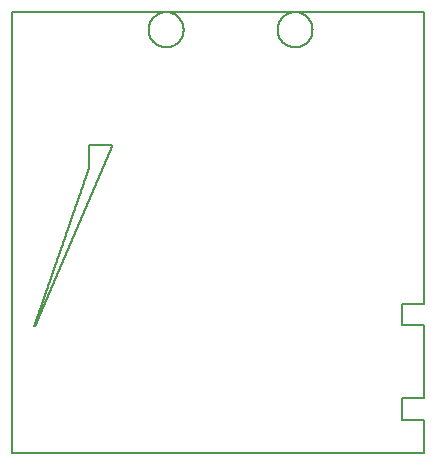
<source format=gm1>
G04 MADE WITH FRITZING*
G04 WWW.FRITZING.ORG*
G04 DOUBLE SIDED*
G04 HOLES PLATED*
G04 CONTOUR ON CENTER OF CONTOUR VECTOR*
%ASAXBY*%
%FSLAX23Y23*%
%MOIN*%
%OFA0B0*%
%SFA1.0B1.0*%
%ADD10C,0.008*%
%LNCONTOUR*%
G90*
G70*
G54D10*
X412Y1469D02*
X413Y1469D01*
X414Y1469D01*
X415Y1469D01*
X416Y1469D01*
X417Y1469D01*
X418Y1469D01*
X419Y1469D01*
X420Y1469D01*
X421Y1469D01*
X422Y1469D01*
X423Y1469D01*
X424Y1469D01*
X425Y1469D01*
X426Y1469D01*
X427Y1469D01*
X428Y1469D01*
X429Y1469D01*
X430Y1469D01*
X431Y1469D01*
X432Y1469D01*
X433Y1469D01*
X434Y1469D01*
X435Y1469D01*
X436Y1469D01*
X437Y1469D01*
X438Y1469D01*
X439Y1469D01*
X440Y1469D01*
X441Y1469D01*
X442Y1469D01*
X443Y1469D01*
X444Y1469D01*
X445Y1469D01*
X446Y1469D01*
X447Y1469D01*
X448Y1469D01*
X449Y1469D01*
X450Y1469D01*
X451Y1469D01*
X452Y1469D01*
X453Y1469D01*
X454Y1469D01*
X455Y1469D01*
X456Y1469D01*
X457Y1469D01*
X458Y1469D01*
X459Y1469D01*
X460Y1469D01*
X461Y1469D01*
X462Y1469D01*
X463Y1469D01*
X464Y1469D01*
X465Y1469D01*
X466Y1469D01*
X467Y1469D01*
X468Y1469D01*
X469Y1469D01*
X470Y1469D01*
X471Y1469D01*
X472Y1469D01*
X473Y1469D01*
X474Y1469D01*
X475Y1469D01*
X476Y1469D01*
X477Y1469D01*
X478Y1469D01*
X479Y1469D01*
X480Y1469D01*
X481Y1469D01*
X482Y1469D01*
X483Y1469D01*
X484Y1469D01*
X485Y1469D01*
X486Y1469D01*
X487Y1469D01*
X488Y1469D01*
X489Y1469D01*
X490Y1469D01*
X491Y1469D01*
X492Y1469D01*
X493Y1469D01*
X494Y1469D01*
X495Y1469D01*
X496Y1469D01*
X497Y1469D01*
X498Y1469D01*
X499Y1469D01*
X500Y1469D01*
X501Y1469D01*
X502Y1469D01*
X503Y1469D01*
X504Y1469D01*
X505Y1469D01*
X506Y1469D01*
X507Y1469D01*
X508Y1469D01*
X509Y1469D01*
X510Y1469D01*
X511Y1469D01*
X512Y1469D01*
X513Y1469D01*
X514Y1469D01*
X515Y1469D01*
X516Y1469D01*
X517Y1469D01*
X518Y1469D01*
X519Y1469D01*
X520Y1469D01*
X521Y1469D01*
X522Y1469D01*
X523Y1469D01*
X524Y1469D01*
X525Y1469D01*
X526Y1469D01*
X527Y1469D01*
X528Y1469D01*
X529Y1469D01*
X530Y1469D01*
X531Y1469D01*
X532Y1469D01*
X533Y1469D01*
X534Y1469D01*
X535Y1469D01*
X536Y1469D01*
X537Y1469D01*
X538Y1469D01*
X539Y1469D01*
X540Y1469D01*
X541Y1469D01*
X542Y1469D01*
X543Y1469D01*
X544Y1469D01*
X545Y1469D01*
X546Y1469D01*
X547Y1469D01*
X548Y1469D01*
X549Y1469D01*
X550Y1469D01*
X551Y1469D01*
X552Y1469D01*
X553Y1469D01*
X554Y1469D01*
X555Y1469D01*
X556Y1469D01*
X557Y1469D01*
X558Y1469D01*
X559Y1469D01*
X560Y1469D01*
X561Y1469D01*
X562Y1469D01*
X563Y1469D01*
X564Y1469D01*
X565Y1469D01*
X566Y1469D01*
X567Y1469D01*
X568Y1469D01*
X569Y1469D01*
X570Y1469D01*
X571Y1469D01*
X572Y1469D01*
X573Y1469D01*
X574Y1469D01*
X575Y1469D01*
X576Y1469D01*
X577Y1469D01*
X578Y1469D01*
X579Y1469D01*
X580Y1469D01*
X581Y1469D01*
X582Y1469D01*
X583Y1469D01*
X584Y1469D01*
X585Y1469D01*
X586Y1469D01*
X587Y1469D01*
X588Y1469D01*
X589Y1469D01*
X590Y1469D01*
X591Y1469D01*
X592Y1469D01*
X593Y1469D01*
X594Y1469D01*
X595Y1469D01*
X596Y1469D01*
X597Y1469D01*
X598Y1469D01*
X599Y1469D01*
X600Y1469D01*
X601Y1469D01*
X602Y1469D01*
X603Y1469D01*
X604Y1469D01*
X605Y1469D01*
X606Y1469D01*
X607Y1469D01*
X608Y1469D01*
X609Y1469D01*
X610Y1469D01*
X611Y1469D01*
X612Y1469D01*
X613Y1469D01*
X614Y1469D01*
X615Y1469D01*
X616Y1469D01*
X617Y1469D01*
X618Y1469D01*
X619Y1469D01*
X620Y1469D01*
X621Y1469D01*
X622Y1469D01*
X623Y1469D01*
X624Y1469D01*
X625Y1469D01*
X626Y1469D01*
X627Y1469D01*
X628Y1469D01*
X629Y1469D01*
X630Y1469D01*
X631Y1469D01*
X632Y1469D01*
X633Y1469D01*
X634Y1469D01*
X635Y1469D01*
X636Y1469D01*
X637Y1469D01*
X638Y1469D01*
X639Y1469D01*
X640Y1469D01*
X641Y1469D01*
X642Y1469D01*
X643Y1469D01*
X644Y1469D01*
X645Y1469D01*
X646Y1469D01*
X647Y1469D01*
X648Y1469D01*
X649Y1469D01*
X650Y1469D01*
X651Y1469D01*
X652Y1469D01*
X653Y1469D01*
X654Y1469D01*
X655Y1469D01*
X656Y1469D01*
X657Y1469D01*
X658Y1469D01*
X659Y1469D01*
X660Y1469D01*
X661Y1469D01*
X662Y1469D01*
X663Y1469D01*
X664Y1469D01*
X665Y1469D01*
X666Y1469D01*
X667Y1469D01*
X668Y1469D01*
X669Y1469D01*
X670Y1469D01*
X671Y1469D01*
X672Y1469D01*
X673Y1469D01*
X674Y1469D01*
X675Y1469D01*
X676Y1469D01*
X677Y1469D01*
X678Y1469D01*
X679Y1469D01*
X680Y1469D01*
X681Y1469D01*
X682Y1469D01*
X683Y1469D01*
X684Y1469D01*
X685Y1469D01*
X686Y1469D01*
X687Y1469D01*
X688Y1469D01*
X689Y1469D01*
X690Y1469D01*
X691Y1469D01*
X692Y1469D01*
X693Y1469D01*
X694Y1469D01*
X695Y1469D01*
X696Y1469D01*
X697Y1469D01*
X698Y1469D01*
X699Y1469D01*
X700Y1469D01*
X701Y1469D01*
X702Y1469D01*
X703Y1469D01*
X704Y1469D01*
X705Y1469D01*
X706Y1469D01*
X707Y1469D01*
X708Y1469D01*
X709Y1469D01*
X710Y1469D01*
X711Y1469D01*
X712Y1469D01*
X713Y1469D01*
X714Y1469D01*
X715Y1469D01*
X716Y1469D01*
X717Y1469D01*
X718Y1469D01*
X719Y1469D01*
X720Y1469D01*
X721Y1469D01*
X722Y1469D01*
X723Y1469D01*
X724Y1469D01*
X725Y1469D01*
X726Y1469D01*
X727Y1469D01*
X728Y1469D01*
X729Y1469D01*
X730Y1469D01*
X731Y1469D01*
X732Y1469D01*
X733Y1469D01*
X734Y1469D01*
X735Y1469D01*
X736Y1469D01*
X737Y1469D01*
X738Y1469D01*
X739Y1469D01*
X740Y1469D01*
X741Y1469D01*
X742Y1469D01*
X743Y1469D01*
X744Y1469D01*
X745Y1469D01*
X746Y1469D01*
X747Y1469D01*
X748Y1469D01*
X749Y1469D01*
X750Y1469D01*
X751Y1469D01*
X752Y1469D01*
X753Y1469D01*
X754Y1469D01*
X755Y1469D01*
X756Y1469D01*
X757Y1469D01*
X758Y1469D01*
X759Y1469D01*
X760Y1469D01*
X761Y1469D01*
X762Y1469D01*
X763Y1469D01*
X764Y1469D01*
X765Y1469D01*
X766Y1469D01*
X767Y1469D01*
X768Y1469D01*
X769Y1469D01*
X770Y1469D01*
X771Y1469D01*
X772Y1469D01*
X773Y1469D01*
X774Y1469D01*
X775Y1469D01*
X776Y1469D01*
X777Y1469D01*
X778Y1469D01*
X779Y1469D01*
X780Y1469D01*
X781Y1469D01*
X782Y1469D01*
X783Y1469D01*
X784Y1469D01*
X785Y1469D01*
X786Y1469D01*
X787Y1469D01*
X788Y1469D01*
X789Y1469D01*
X790Y1469D01*
X791Y1469D01*
X792Y1469D01*
X793Y1469D01*
X794Y1469D01*
X795Y1469D01*
X796Y1469D01*
X797Y1469D01*
X798Y1469D01*
X799Y1469D01*
X800Y1469D01*
X801Y1469D01*
X802Y1469D01*
X803Y1469D01*
X804Y1469D01*
X805Y1469D01*
X806Y1469D01*
X807Y1469D01*
X808Y1469D01*
X809Y1469D01*
X810Y1469D01*
X811Y1469D01*
X812Y1469D01*
X813Y1469D01*
X814Y1469D01*
X815Y1469D01*
X816Y1469D01*
X817Y1469D01*
X818Y1469D01*
X819Y1469D01*
X820Y1469D01*
X821Y1469D01*
X822Y1469D01*
X823Y1469D01*
X824Y1469D01*
X825Y1469D01*
X826Y1469D01*
X827Y1469D01*
X828Y1469D01*
X829Y1469D01*
X830Y1469D01*
X831Y1469D01*
X832Y1469D01*
X833Y1469D01*
X834Y1469D01*
X835Y1469D01*
X836Y1469D01*
X837Y1469D01*
X838Y1469D01*
X839Y1469D01*
X840Y1469D01*
X841Y1469D01*
X842Y1469D01*
X843Y1469D01*
X844Y1469D01*
X845Y1469D01*
X846Y1469D01*
X847Y1469D01*
X848Y1469D01*
X849Y1469D01*
X850Y1469D01*
X851Y1469D01*
X852Y1469D01*
X853Y1469D01*
X854Y1469D01*
X855Y1469D01*
X856Y1469D01*
X857Y1469D01*
X858Y1469D01*
X859Y1469D01*
X860Y1469D01*
X861Y1469D01*
X862Y1469D01*
X863Y1469D01*
X864Y1469D01*
X865Y1469D01*
X866Y1469D01*
X867Y1469D01*
X868Y1469D01*
X869Y1469D01*
X870Y1469D01*
X871Y1469D01*
X872Y1469D01*
X873Y1469D01*
X874Y1469D01*
X875Y1469D01*
X876Y1469D01*
X877Y1469D01*
X878Y1469D01*
X879Y1469D01*
X880Y1469D01*
X881Y1469D01*
X882Y1469D01*
X883Y1469D01*
X884Y1469D01*
X885Y1469D01*
X886Y1469D01*
X887Y1469D01*
X888Y1469D01*
X889Y1469D01*
X890Y1469D01*
X891Y1469D01*
X892Y1469D01*
X893Y1469D01*
X894Y1469D01*
X895Y1469D01*
X896Y1469D01*
X897Y1469D01*
X898Y1469D01*
X899Y1469D01*
X900Y1469D01*
X901Y1469D01*
X902Y1469D01*
X903Y1469D01*
X904Y1469D01*
X905Y1469D01*
X906Y1469D01*
X907Y1469D01*
X908Y1469D01*
X909Y1469D01*
X910Y1469D01*
X911Y1469D01*
X912Y1469D01*
X913Y1469D01*
X914Y1469D01*
X915Y1469D01*
X916Y1469D01*
X917Y1469D01*
X918Y1469D01*
X919Y1469D01*
X920Y1469D01*
X921Y1469D01*
X922Y1469D01*
X923Y1469D01*
X924Y1469D01*
X925Y1469D01*
X926Y1469D01*
X927Y1469D01*
X928Y1469D01*
X929Y1469D01*
X930Y1469D01*
X931Y1469D01*
X932Y1469D01*
X933Y1469D01*
X934Y1469D01*
X935Y1469D01*
X936Y1469D01*
X937Y1469D01*
X938Y1469D01*
X939Y1469D01*
X940Y1469D01*
X941Y1469D01*
X942Y1469D01*
X943Y1469D01*
X944Y1469D01*
X945Y1469D01*
X946Y1469D01*
X947Y1469D01*
X948Y1469D01*
X949Y1469D01*
X950Y1469D01*
X951Y1469D01*
X952Y1469D01*
X953Y1469D01*
X954Y1469D01*
X955Y1469D01*
X956Y1469D01*
X957Y1469D01*
X958Y1469D01*
X959Y1469D01*
X960Y1469D01*
X961Y1469D01*
X962Y1469D01*
X963Y1469D01*
X964Y1469D01*
X965Y1469D01*
X966Y1469D01*
X967Y1469D01*
X968Y1469D01*
X969Y1469D01*
X970Y1469D01*
X971Y1469D01*
X972Y1469D01*
X973Y1469D01*
X974Y1469D01*
X975Y1469D01*
X976Y1469D01*
X977Y1469D01*
X978Y1469D01*
X979Y1469D01*
X980Y1469D01*
X981Y1469D01*
X982Y1469D01*
X983Y1469D01*
X984Y1469D01*
X985Y1469D01*
X986Y1469D01*
X987Y1469D01*
X988Y1469D01*
X989Y1469D01*
X990Y1469D01*
X991Y1469D01*
X992Y1469D01*
X993Y1469D01*
X994Y1469D01*
X995Y1469D01*
X996Y1469D01*
X997Y1469D01*
X998Y1469D01*
X999Y1469D01*
X1000Y1469D01*
X1001Y1469D01*
X1002Y1469D01*
X1003Y1469D01*
X1004Y1469D01*
X1005Y1469D01*
X1006Y1469D01*
X1007Y1469D01*
X1008Y1469D01*
X1009Y1469D01*
X1010Y1469D01*
X1011Y1469D01*
X1012Y1469D01*
X1013Y1469D01*
X1014Y1469D01*
X1015Y1469D01*
X1016Y1469D01*
X1017Y1469D01*
X1018Y1469D01*
X1019Y1469D01*
X1020Y1469D01*
X1021Y1469D01*
X1022Y1469D01*
X1023Y1469D01*
X1024Y1469D01*
X1025Y1469D01*
X1026Y1469D01*
X1027Y1469D01*
X1028Y1469D01*
X1029Y1469D01*
X1030Y1469D01*
X1031Y1469D01*
X1032Y1469D01*
X1033Y1469D01*
X1034Y1469D01*
X1035Y1469D01*
X1036Y1469D01*
X1037Y1469D01*
X1038Y1469D01*
X1039Y1469D01*
X1040Y1469D01*
X1041Y1469D01*
X1042Y1469D01*
X1043Y1469D01*
X1044Y1469D01*
X1045Y1469D01*
X1046Y1469D01*
X1047Y1469D01*
X1048Y1469D01*
X1049Y1469D01*
X1050Y1469D01*
X1051Y1469D01*
X1052Y1469D01*
X1053Y1469D01*
X1054Y1469D01*
X1055Y1469D01*
X1056Y1469D01*
X1057Y1469D01*
X1058Y1469D01*
X1059Y1469D01*
X1060Y1469D01*
X1061Y1469D01*
X1062Y1469D01*
X1063Y1469D01*
X1064Y1469D01*
X1065Y1469D01*
X1066Y1469D01*
X1067Y1469D01*
X1068Y1469D01*
X1069Y1469D01*
X1070Y1469D01*
X1071Y1469D01*
X1072Y1469D01*
X1073Y1469D01*
X1074Y1469D01*
X1075Y1469D01*
X1076Y1469D01*
X1077Y1469D01*
X1078Y1469D01*
X1079Y1469D01*
X1080Y1469D01*
X1081Y1469D01*
X1082Y1469D01*
X1083Y1469D01*
X1084Y1469D01*
X1085Y1469D01*
X1086Y1469D01*
X1087Y1469D01*
X1088Y1469D01*
X1089Y1469D01*
X1090Y1469D01*
X1091Y1469D01*
X1092Y1469D01*
X1093Y1469D01*
X1094Y1469D01*
X1095Y1469D01*
X1096Y1469D01*
X1097Y1469D01*
X1098Y1469D01*
X1099Y1469D01*
X1100Y1469D01*
X1101Y1469D01*
X1102Y1469D01*
X1103Y1469D01*
X1104Y1469D01*
X1105Y1469D01*
X1106Y1469D01*
X1107Y1469D01*
X1108Y1469D01*
X1109Y1469D01*
X1110Y1469D01*
X1111Y1469D01*
X1112Y1469D01*
X1113Y1469D01*
X1114Y1469D01*
X1115Y1469D01*
X1116Y1469D01*
X1117Y1469D01*
X1118Y1469D01*
X1119Y1469D01*
X1120Y1469D01*
X1121Y1469D01*
X1122Y1469D01*
X1123Y1469D01*
X1124Y1469D01*
X1125Y1469D01*
X1126Y1469D01*
X1127Y1469D01*
X1128Y1469D01*
X1129Y1469D01*
X1130Y1469D01*
X1131Y1469D01*
X1132Y1469D01*
X1133Y1469D01*
X1134Y1469D01*
X1135Y1469D01*
X1136Y1469D01*
X1137Y1469D01*
X1138Y1469D01*
X1139Y1469D01*
X1140Y1469D01*
X1141Y1469D01*
X1142Y1469D01*
X1143Y1469D01*
X1144Y1469D01*
X1145Y1469D01*
X1146Y1469D01*
X1147Y1469D01*
X1148Y1469D01*
X1149Y1469D01*
X1150Y1469D01*
X1151Y1469D01*
X1152Y1469D01*
X1153Y1469D01*
X1154Y1469D01*
X1155Y1469D01*
X1156Y1469D01*
X1157Y1469D01*
X1158Y1469D01*
X1159Y1469D01*
X1160Y1469D01*
X1161Y1469D01*
X1162Y1469D01*
X1163Y1469D01*
X1164Y1469D01*
X1165Y1469D01*
X1166Y1469D01*
X1167Y1469D01*
X1168Y1469D01*
X1169Y1469D01*
X1170Y1469D01*
X1171Y1469D01*
X1172Y1469D01*
X1173Y1469D01*
X1174Y1469D01*
X1175Y1469D01*
X1176Y1469D01*
X1177Y1469D01*
X1178Y1469D01*
X1179Y1469D01*
X1180Y1469D01*
X1181Y1469D01*
X1182Y1469D01*
X1183Y1469D01*
X1184Y1469D01*
X1185Y1469D01*
X1186Y1469D01*
X1187Y1469D01*
X1188Y1469D01*
X1189Y1469D01*
X1190Y1469D01*
X1191Y1469D01*
X1192Y1469D01*
X1193Y1469D01*
X1194Y1469D01*
X1195Y1469D01*
X1196Y1469D01*
X1197Y1469D01*
X1198Y1469D01*
X1199Y1469D01*
X1200Y1469D01*
X1201Y1469D01*
X1202Y1469D01*
X1203Y1469D01*
X1204Y1469D01*
X1205Y1469D01*
X1206Y1469D01*
X1207Y1469D01*
X1208Y1469D01*
X1209Y1469D01*
X1210Y1469D01*
X1211Y1469D01*
X1212Y1469D01*
X1213Y1469D01*
X1214Y1469D01*
X1215Y1469D01*
X1216Y1469D01*
X1217Y1469D01*
X1218Y1469D01*
X1219Y1469D01*
X1220Y1469D01*
X1221Y1469D01*
X1222Y1469D01*
X1223Y1469D01*
X1224Y1469D01*
X1225Y1469D01*
X1226Y1469D01*
X1227Y1469D01*
X1228Y1469D01*
X1229Y1469D01*
X1230Y1469D01*
X1231Y1469D01*
X1232Y1469D01*
X1233Y1469D01*
X1234Y1469D01*
X1235Y1469D01*
X1236Y1469D01*
X1237Y1469D01*
X1238Y1469D01*
X1239Y1469D01*
X1240Y1469D01*
X1241Y1469D01*
X1242Y1469D01*
X1243Y1469D01*
X1244Y1469D01*
X1245Y1469D01*
X1246Y1469D01*
X1247Y1469D01*
X1248Y1469D01*
X1249Y1469D01*
X1250Y1469D01*
X1251Y1469D01*
X1252Y1469D01*
X1253Y1469D01*
X1254Y1469D01*
X1255Y1469D01*
X1256Y1469D01*
X1257Y1469D01*
X1258Y1469D01*
X1259Y1469D01*
X1260Y1469D01*
X1261Y1469D01*
X1262Y1469D01*
X1263Y1469D01*
X1264Y1469D01*
X1265Y1469D01*
X1266Y1469D01*
X1267Y1469D01*
X1268Y1469D01*
X1269Y1469D01*
X1270Y1469D01*
X1271Y1469D01*
X1272Y1469D01*
X1273Y1469D01*
X1274Y1469D01*
X1275Y1469D01*
X1276Y1469D01*
X1277Y1469D01*
X1278Y1469D01*
X1279Y1469D01*
X1280Y1469D01*
X1281Y1469D01*
X1282Y1469D01*
X1283Y1469D01*
X1284Y1469D01*
X1285Y1469D01*
X1286Y1469D01*
X1287Y1469D01*
X1288Y1469D01*
X1289Y1469D01*
X1290Y1469D01*
X1291Y1469D01*
X1292Y1469D01*
X1293Y1469D01*
X1294Y1469D01*
X1295Y1469D01*
X1296Y1469D01*
X1297Y1469D01*
X1298Y1469D01*
X1299Y1469D01*
X1300Y1469D01*
X1301Y1469D01*
X1302Y1469D01*
X1303Y1469D01*
X1304Y1469D01*
X1305Y1469D01*
X1306Y1469D01*
X1307Y1469D01*
X1308Y1469D01*
X1309Y1469D01*
X1310Y1469D01*
X1311Y1469D01*
X1312Y1469D01*
X1313Y1469D01*
X1314Y1469D01*
X1315Y1469D01*
X1316Y1469D01*
X1317Y1469D01*
X1318Y1469D01*
X1319Y1469D01*
X1320Y1469D01*
X1321Y1469D01*
X1322Y1469D01*
X1323Y1469D01*
X1324Y1469D01*
X1325Y1469D01*
X1326Y1469D01*
X1327Y1469D01*
X1328Y1469D01*
X1329Y1469D01*
X1330Y1469D01*
X1331Y1469D01*
X1332Y1469D01*
X1333Y1469D01*
X1334Y1469D01*
X1335Y1469D01*
X1336Y1469D01*
X1337Y1469D01*
X1338Y1469D01*
X1339Y1469D01*
X1340Y1469D01*
X1341Y1469D01*
X1342Y1469D01*
X1343Y1469D01*
X1344Y1469D01*
X1345Y1469D01*
X1346Y1469D01*
X1347Y1469D01*
X1348Y1469D01*
X1349Y1469D01*
X1350Y1469D01*
X1351Y1469D01*
X1352Y1469D01*
X1353Y1469D01*
X1354Y1469D01*
X1355Y1469D01*
X1356Y1469D01*
X1357Y1469D01*
X1358Y1469D01*
X1359Y1469D01*
X1360Y1469D01*
X1361Y1469D01*
X1362Y1469D01*
X1363Y1469D01*
X1364Y1469D01*
X1365Y1469D01*
X1366Y1469D01*
X1367Y1469D01*
X1368Y1469D01*
X1369Y1469D01*
X1370Y1469D01*
X1371Y1469D01*
X1372Y1469D01*
X1373Y1469D01*
X1374Y1469D01*
X1375Y1469D01*
X1376Y1469D01*
X1376Y497D01*
X1375Y497D01*
X1374Y497D01*
X1373Y497D01*
X1372Y497D01*
X1371Y497D01*
X1370Y497D01*
X1369Y497D01*
X1368Y497D01*
X1367Y497D01*
X1366Y497D01*
X1365Y497D01*
X1364Y497D01*
X1363Y497D01*
X1362Y497D01*
X1361Y497D01*
X1360Y497D01*
X1359Y497D01*
X1358Y497D01*
X1357Y497D01*
X1356Y497D01*
X1355Y497D01*
X1354Y497D01*
X1353Y497D01*
X1352Y497D01*
X1351Y497D01*
X1350Y497D01*
X1349Y497D01*
X1348Y497D01*
X1347Y497D01*
X1346Y497D01*
X1345Y497D01*
X1344Y497D01*
X1343Y497D01*
X1342Y497D01*
X1341Y497D01*
X1340Y497D01*
X1339Y497D01*
X1338Y497D01*
X1337Y497D01*
X1336Y497D01*
X1335Y497D01*
X1334Y497D01*
X1333Y497D01*
X1332Y497D01*
X1331Y497D01*
X1330Y497D01*
X1329Y497D01*
X1328Y497D01*
X1327Y497D01*
X1326Y497D01*
X1325Y497D01*
X1324Y497D01*
X1323Y497D01*
X1322Y497D01*
X1321Y497D01*
X1320Y497D01*
X1319Y497D01*
X1318Y497D01*
X1317Y497D01*
X1316Y497D01*
X1315Y497D01*
X1314Y497D01*
X1313Y497D01*
X1312Y497D01*
X1311Y497D01*
X1310Y497D01*
X1309Y497D01*
X1308Y497D01*
X1307Y497D01*
X1306Y497D01*
X1305Y497D01*
X1304Y497D01*
X1303Y497D01*
X1302Y497D01*
X1301Y496D01*
X1301Y426D01*
X1302Y425D01*
X1303Y425D01*
X1304Y425D01*
X1305Y425D01*
X1306Y425D01*
X1307Y425D01*
X1308Y425D01*
X1309Y425D01*
X1310Y425D01*
X1311Y425D01*
X1312Y425D01*
X1313Y425D01*
X1314Y425D01*
X1315Y425D01*
X1316Y425D01*
X1317Y425D01*
X1318Y425D01*
X1319Y425D01*
X1320Y425D01*
X1321Y425D01*
X1322Y425D01*
X1323Y425D01*
X1324Y425D01*
X1325Y425D01*
X1326Y425D01*
X1327Y425D01*
X1328Y425D01*
X1329Y425D01*
X1330Y425D01*
X1331Y425D01*
X1332Y425D01*
X1333Y425D01*
X1334Y425D01*
X1335Y425D01*
X1336Y425D01*
X1337Y425D01*
X1338Y425D01*
X1339Y425D01*
X1340Y425D01*
X1341Y425D01*
X1342Y425D01*
X1343Y425D01*
X1344Y425D01*
X1345Y425D01*
X1346Y425D01*
X1347Y425D01*
X1348Y425D01*
X1349Y425D01*
X1350Y425D01*
X1351Y425D01*
X1352Y425D01*
X1353Y425D01*
X1354Y425D01*
X1355Y425D01*
X1356Y425D01*
X1357Y425D01*
X1358Y425D01*
X1359Y425D01*
X1360Y425D01*
X1361Y425D01*
X1362Y425D01*
X1363Y425D01*
X1364Y425D01*
X1365Y425D01*
X1366Y425D01*
X1367Y425D01*
X1368Y425D01*
X1369Y425D01*
X1370Y425D01*
X1371Y425D01*
X1372Y425D01*
X1373Y425D01*
X1374Y425D01*
X1375Y425D01*
X1376Y425D01*
X1376Y182D01*
X1375Y182D01*
X1374Y182D01*
X1373Y182D01*
X1372Y182D01*
X1371Y182D01*
X1370Y182D01*
X1369Y182D01*
X1368Y182D01*
X1367Y182D01*
X1366Y182D01*
X1365Y182D01*
X1364Y182D01*
X1363Y182D01*
X1362Y182D01*
X1361Y182D01*
X1360Y182D01*
X1359Y182D01*
X1358Y182D01*
X1357Y182D01*
X1356Y182D01*
X1355Y182D01*
X1354Y182D01*
X1353Y182D01*
X1352Y182D01*
X1351Y182D01*
X1350Y182D01*
X1349Y182D01*
X1348Y182D01*
X1347Y182D01*
X1346Y182D01*
X1345Y182D01*
X1344Y182D01*
X1343Y182D01*
X1342Y182D01*
X1341Y182D01*
X1340Y182D01*
X1339Y182D01*
X1338Y182D01*
X1337Y182D01*
X1336Y182D01*
X1335Y182D01*
X1334Y182D01*
X1333Y182D01*
X1332Y182D01*
X1331Y182D01*
X1330Y182D01*
X1329Y182D01*
X1328Y182D01*
X1327Y182D01*
X1326Y182D01*
X1325Y182D01*
X1324Y182D01*
X1323Y182D01*
X1322Y182D01*
X1321Y182D01*
X1320Y182D01*
X1319Y182D01*
X1318Y182D01*
X1317Y182D01*
X1316Y182D01*
X1315Y182D01*
X1314Y182D01*
X1313Y182D01*
X1312Y182D01*
X1311Y182D01*
X1310Y182D01*
X1309Y182D01*
X1308Y182D01*
X1307Y182D01*
X1306Y182D01*
X1305Y182D01*
X1304Y182D01*
X1303Y182D01*
X1302Y182D01*
X1301Y181D01*
X1301Y111D01*
X1302Y110D01*
X1303Y110D01*
X1304Y110D01*
X1305Y110D01*
X1306Y110D01*
X1307Y110D01*
X1308Y110D01*
X1309Y110D01*
X1310Y110D01*
X1311Y110D01*
X1312Y110D01*
X1313Y110D01*
X1314Y110D01*
X1315Y110D01*
X1316Y110D01*
X1317Y110D01*
X1318Y110D01*
X1319Y110D01*
X1320Y110D01*
X1321Y110D01*
X1322Y110D01*
X1323Y110D01*
X1324Y110D01*
X1325Y110D01*
X1326Y110D01*
X1327Y110D01*
X1328Y110D01*
X1329Y110D01*
X1330Y110D01*
X1331Y110D01*
X1332Y110D01*
X1333Y110D01*
X1334Y110D01*
X1335Y110D01*
X1336Y110D01*
X1337Y110D01*
X1338Y110D01*
X1339Y110D01*
X1340Y110D01*
X1341Y110D01*
X1342Y110D01*
X1343Y110D01*
X1344Y110D01*
X1345Y110D01*
X1346Y110D01*
X1347Y110D01*
X1348Y110D01*
X1349Y110D01*
X1350Y110D01*
X1351Y110D01*
X1352Y110D01*
X1353Y110D01*
X1354Y110D01*
X1355Y110D01*
X1356Y110D01*
X1357Y110D01*
X1358Y110D01*
X1359Y110D01*
X1360Y110D01*
X1361Y110D01*
X1362Y110D01*
X1363Y110D01*
X1364Y110D01*
X1365Y110D01*
X1366Y110D01*
X1367Y110D01*
X1368Y110D01*
X1369Y110D01*
X1370Y110D01*
X1371Y110D01*
X1372Y110D01*
X1373Y110D01*
X1374Y110D01*
X1375Y110D01*
X1376Y110D01*
X1376Y0D01*
X1375Y0D01*
X1374Y0D01*
X1373Y0D01*
X1372Y0D01*
X1371Y0D01*
X1370Y0D01*
X1369Y0D01*
X1368Y0D01*
X1367Y0D01*
X1366Y0D01*
X1365Y0D01*
X1364Y0D01*
X1363Y0D01*
X1362Y0D01*
X1361Y0D01*
X1360Y0D01*
X1359Y0D01*
X1358Y0D01*
X1357Y0D01*
X1356Y0D01*
X1355Y0D01*
X1354Y0D01*
X1353Y0D01*
X1352Y0D01*
X1351Y0D01*
X1350Y0D01*
X1349Y0D01*
X1348Y0D01*
X1347Y0D01*
X1346Y0D01*
X1345Y0D01*
X1344Y0D01*
X1343Y0D01*
X1342Y0D01*
X1341Y0D01*
X1340Y0D01*
X1339Y0D01*
X1338Y0D01*
X1337Y0D01*
X1336Y0D01*
X1335Y0D01*
X1334Y0D01*
X1333Y0D01*
X1332Y0D01*
X1331Y0D01*
X1330Y0D01*
X1329Y0D01*
X1328Y0D01*
X1327Y0D01*
X1326Y0D01*
X1325Y0D01*
X1324Y0D01*
X1323Y0D01*
X1322Y0D01*
X1321Y0D01*
X1320Y0D01*
X1319Y0D01*
X1318Y0D01*
X1317Y0D01*
X1316Y0D01*
X1315Y0D01*
X1314Y0D01*
X1313Y0D01*
X1312Y0D01*
X1311Y0D01*
X1310Y0D01*
X1309Y0D01*
X1308Y0D01*
X1307Y0D01*
X1306Y0D01*
X1305Y0D01*
X1304Y0D01*
X1303Y0D01*
X1302Y0D01*
X1301Y0D01*
X1300Y0D01*
X1299Y0D01*
X1298Y0D01*
X1297Y0D01*
X1296Y0D01*
X1295Y0D01*
X1294Y0D01*
X1293Y0D01*
X1292Y0D01*
X1291Y0D01*
X1290Y0D01*
X1289Y0D01*
X1288Y0D01*
X1287Y0D01*
X1286Y0D01*
X1285Y0D01*
X1284Y0D01*
X1283Y0D01*
X1282Y0D01*
X1281Y0D01*
X1280Y0D01*
X1279Y0D01*
X1278Y0D01*
X1277Y0D01*
X1276Y0D01*
X1275Y0D01*
X1274Y0D01*
X1273Y0D01*
X1272Y0D01*
X1271Y0D01*
X1270Y0D01*
X1269Y0D01*
X1268Y0D01*
X1267Y0D01*
X1266Y0D01*
X1265Y0D01*
X1264Y0D01*
X1263Y0D01*
X1262Y0D01*
X1261Y0D01*
X1260Y0D01*
X1259Y0D01*
X1258Y0D01*
X1257Y0D01*
X1256Y0D01*
X1255Y0D01*
X1254Y0D01*
X1253Y0D01*
X1252Y0D01*
X1251Y0D01*
X1250Y0D01*
X1249Y0D01*
X1248Y0D01*
X1247Y0D01*
X1246Y0D01*
X1245Y0D01*
X1244Y0D01*
X1243Y0D01*
X1242Y0D01*
X1241Y0D01*
X1240Y0D01*
X1239Y0D01*
X1238Y0D01*
X1237Y0D01*
X1236Y0D01*
X1235Y0D01*
X1234Y0D01*
X1233Y0D01*
X1232Y0D01*
X1231Y0D01*
X1230Y0D01*
X1229Y0D01*
X1228Y0D01*
X1227Y0D01*
X1226Y0D01*
X1225Y0D01*
X1224Y0D01*
X1223Y0D01*
X1222Y0D01*
X1221Y0D01*
X1220Y0D01*
X1219Y0D01*
X1218Y0D01*
X1217Y0D01*
X1216Y0D01*
X1215Y0D01*
X1214Y0D01*
X1213Y0D01*
X1212Y0D01*
X1211Y0D01*
X1210Y0D01*
X1209Y0D01*
X1208Y0D01*
X1207Y0D01*
X1206Y0D01*
X1205Y0D01*
X1204Y0D01*
X1203Y0D01*
X1202Y0D01*
X1201Y0D01*
X1200Y0D01*
X1199Y0D01*
X1198Y0D01*
X1197Y0D01*
X1196Y0D01*
X1195Y0D01*
X1194Y0D01*
X1193Y0D01*
X1192Y0D01*
X1191Y0D01*
X1190Y0D01*
X1189Y0D01*
X1188Y0D01*
X1187Y0D01*
X1186Y0D01*
X1185Y0D01*
X1184Y0D01*
X1183Y0D01*
X1182Y0D01*
X1181Y0D01*
X1180Y0D01*
X1179Y0D01*
X1178Y0D01*
X1177Y0D01*
X1176Y0D01*
X1175Y0D01*
X1174Y0D01*
X1173Y0D01*
X1172Y0D01*
X1171Y0D01*
X1170Y0D01*
X1169Y0D01*
X1168Y0D01*
X1167Y0D01*
X1166Y0D01*
X1165Y0D01*
X1164Y0D01*
X1163Y0D01*
X1162Y0D01*
X1161Y0D01*
X1160Y0D01*
X1159Y0D01*
X1158Y0D01*
X1157Y0D01*
X1156Y0D01*
X1155Y0D01*
X1154Y0D01*
X1153Y0D01*
X1152Y0D01*
X1151Y0D01*
X1150Y0D01*
X1149Y0D01*
X1148Y0D01*
X1147Y0D01*
X1146Y0D01*
X1145Y0D01*
X1144Y0D01*
X1143Y0D01*
X1142Y0D01*
X1141Y0D01*
X1140Y0D01*
X1139Y0D01*
X1138Y0D01*
X1137Y0D01*
X1136Y0D01*
X1135Y0D01*
X1134Y0D01*
X1133Y0D01*
X1132Y0D01*
X1131Y0D01*
X1130Y0D01*
X1129Y0D01*
X1128Y0D01*
X1127Y0D01*
X1126Y0D01*
X1125Y0D01*
X1124Y0D01*
X1123Y0D01*
X1122Y0D01*
X1121Y0D01*
X1120Y0D01*
X1119Y0D01*
X1118Y0D01*
X1117Y0D01*
X1116Y0D01*
X1115Y0D01*
X1114Y0D01*
X1113Y0D01*
X1112Y0D01*
X1111Y0D01*
X1110Y0D01*
X1109Y0D01*
X1108Y0D01*
X1107Y0D01*
X1106Y0D01*
X1105Y0D01*
X1104Y0D01*
X1103Y0D01*
X1102Y0D01*
X1101Y0D01*
X1100Y0D01*
X1099Y0D01*
X1098Y0D01*
X1097Y0D01*
X1096Y0D01*
X1095Y0D01*
X1094Y0D01*
X1093Y0D01*
X1092Y0D01*
X1091Y0D01*
X1090Y0D01*
X1089Y0D01*
X1088Y0D01*
X1087Y0D01*
X1086Y0D01*
X1085Y0D01*
X1084Y0D01*
X1083Y0D01*
X1082Y0D01*
X1081Y0D01*
X1080Y0D01*
X1079Y0D01*
X1078Y0D01*
X1077Y0D01*
X1076Y0D01*
X1075Y0D01*
X1074Y0D01*
X1073Y0D01*
X1072Y0D01*
X1071Y0D01*
X1070Y0D01*
X1069Y0D01*
X1068Y0D01*
X1067Y0D01*
X1066Y0D01*
X1065Y0D01*
X1064Y0D01*
X1063Y0D01*
X1062Y0D01*
X1061Y0D01*
X1060Y0D01*
X1059Y0D01*
X1058Y0D01*
X1057Y0D01*
X1056Y0D01*
X1055Y0D01*
X1054Y0D01*
X1053Y0D01*
X1052Y0D01*
X1051Y0D01*
X1050Y0D01*
X1049Y0D01*
X1048Y0D01*
X1047Y0D01*
X1046Y0D01*
X1045Y0D01*
X1044Y0D01*
X1043Y0D01*
X1042Y0D01*
X1041Y0D01*
X1040Y0D01*
X1039Y0D01*
X1038Y0D01*
X1037Y0D01*
X1036Y0D01*
X1035Y0D01*
X1034Y0D01*
X1033Y0D01*
X1032Y0D01*
X1031Y0D01*
X1030Y0D01*
X1029Y0D01*
X1028Y0D01*
X1027Y0D01*
X1026Y0D01*
X1025Y0D01*
X1024Y0D01*
X1023Y0D01*
X1022Y0D01*
X1021Y0D01*
X1020Y0D01*
X1019Y0D01*
X1018Y0D01*
X1017Y0D01*
X1016Y0D01*
X1015Y0D01*
X1014Y0D01*
X1013Y0D01*
X1012Y0D01*
X1011Y0D01*
X1010Y0D01*
X1009Y0D01*
X1008Y0D01*
X1007Y0D01*
X1006Y0D01*
X1005Y0D01*
X1004Y0D01*
X1003Y0D01*
X1002Y0D01*
X1001Y0D01*
X1000Y0D01*
X999Y0D01*
X998Y0D01*
X997Y0D01*
X996Y0D01*
X995Y0D01*
X994Y0D01*
X993Y0D01*
X992Y0D01*
X991Y0D01*
X990Y0D01*
X989Y0D01*
X988Y0D01*
X987Y0D01*
X986Y0D01*
X985Y0D01*
X984Y0D01*
X983Y0D01*
X982Y0D01*
X981Y0D01*
X980Y0D01*
X979Y0D01*
X978Y0D01*
X977Y0D01*
X976Y0D01*
X975Y0D01*
X974Y0D01*
X973Y0D01*
X972Y0D01*
X971Y0D01*
X970Y0D01*
X969Y0D01*
X968Y0D01*
X967Y0D01*
X966Y0D01*
X965Y0D01*
X964Y0D01*
X963Y0D01*
X962Y0D01*
X961Y0D01*
X960Y0D01*
X959Y0D01*
X958Y0D01*
X957Y0D01*
X956Y0D01*
X955Y0D01*
X954Y0D01*
X953Y0D01*
X952Y0D01*
X951Y0D01*
X950Y0D01*
X949Y0D01*
X948Y0D01*
X947Y0D01*
X946Y0D01*
X945Y0D01*
X944Y0D01*
X943Y0D01*
X942Y0D01*
X941Y0D01*
X940Y0D01*
X939Y0D01*
X938Y0D01*
X937Y0D01*
X936Y0D01*
X935Y0D01*
X934Y0D01*
X933Y0D01*
X932Y0D01*
X931Y0D01*
X930Y0D01*
X929Y0D01*
X928Y0D01*
X927Y0D01*
X926Y0D01*
X925Y0D01*
X924Y0D01*
X923Y0D01*
X922Y0D01*
X921Y0D01*
X920Y0D01*
X919Y0D01*
X918Y0D01*
X917Y0D01*
X916Y0D01*
X915Y0D01*
X914Y0D01*
X913Y0D01*
X912Y0D01*
X911Y0D01*
X910Y0D01*
X909Y0D01*
X908Y0D01*
X907Y0D01*
X906Y0D01*
X905Y0D01*
X904Y0D01*
X903Y0D01*
X902Y0D01*
X901Y0D01*
X900Y0D01*
X899Y0D01*
X898Y0D01*
X897Y0D01*
X896Y0D01*
X895Y0D01*
X894Y0D01*
X893Y0D01*
X892Y0D01*
X891Y0D01*
X890Y0D01*
X889Y0D01*
X888Y0D01*
X887Y0D01*
X886Y0D01*
X885Y0D01*
X884Y0D01*
X883Y0D01*
X882Y0D01*
X881Y0D01*
X880Y0D01*
X879Y0D01*
X878Y0D01*
X877Y0D01*
X876Y0D01*
X875Y0D01*
X874Y0D01*
X873Y0D01*
X872Y0D01*
X871Y0D01*
X870Y0D01*
X869Y0D01*
X868Y0D01*
X867Y0D01*
X866Y0D01*
X865Y0D01*
X864Y0D01*
X863Y0D01*
X862Y0D01*
X861Y0D01*
X860Y0D01*
X859Y0D01*
X858Y0D01*
X857Y0D01*
X856Y0D01*
X855Y0D01*
X854Y0D01*
X853Y0D01*
X852Y0D01*
X851Y0D01*
X850Y0D01*
X849Y0D01*
X848Y0D01*
X847Y0D01*
X846Y0D01*
X845Y0D01*
X844Y0D01*
X843Y0D01*
X842Y0D01*
X841Y0D01*
X840Y0D01*
X839Y0D01*
X838Y0D01*
X837Y0D01*
X836Y0D01*
X835Y0D01*
X834Y0D01*
X833Y0D01*
X832Y0D01*
X831Y0D01*
X830Y0D01*
X829Y0D01*
X828Y0D01*
X827Y0D01*
X826Y0D01*
X825Y0D01*
X824Y0D01*
X823Y0D01*
X822Y0D01*
X821Y0D01*
X820Y0D01*
X819Y0D01*
X818Y0D01*
X817Y0D01*
X816Y0D01*
X815Y0D01*
X814Y0D01*
X813Y0D01*
X812Y0D01*
X811Y0D01*
X810Y0D01*
X809Y0D01*
X808Y0D01*
X807Y0D01*
X806Y0D01*
X805Y0D01*
X804Y0D01*
X803Y0D01*
X802Y0D01*
X801Y0D01*
X800Y0D01*
X799Y0D01*
X798Y0D01*
X797Y0D01*
X796Y0D01*
X795Y0D01*
X794Y0D01*
X793Y0D01*
X792Y0D01*
X791Y0D01*
X790Y0D01*
X789Y0D01*
X788Y0D01*
X787Y0D01*
X786Y0D01*
X785Y0D01*
X784Y0D01*
X783Y0D01*
X782Y0D01*
X781Y0D01*
X780Y0D01*
X779Y0D01*
X778Y0D01*
X777Y0D01*
X776Y0D01*
X775Y0D01*
X774Y0D01*
X773Y0D01*
X772Y0D01*
X771Y0D01*
X770Y0D01*
X769Y0D01*
X768Y0D01*
X767Y0D01*
X766Y0D01*
X765Y0D01*
X764Y0D01*
X763Y0D01*
X762Y0D01*
X761Y0D01*
X760Y0D01*
X759Y0D01*
X758Y0D01*
X757Y0D01*
X756Y0D01*
X755Y0D01*
X754Y0D01*
X753Y0D01*
X752Y0D01*
X751Y0D01*
X750Y0D01*
X749Y0D01*
X748Y0D01*
X747Y0D01*
X746Y0D01*
X745Y0D01*
X744Y0D01*
X743Y0D01*
X742Y0D01*
X741Y0D01*
X740Y0D01*
X739Y0D01*
X738Y0D01*
X737Y0D01*
X736Y0D01*
X735Y0D01*
X734Y0D01*
X733Y0D01*
X732Y0D01*
X731Y0D01*
X730Y0D01*
X729Y0D01*
X728Y0D01*
X727Y0D01*
X726Y0D01*
X725Y0D01*
X724Y0D01*
X723Y0D01*
X722Y0D01*
X721Y0D01*
X720Y0D01*
X719Y0D01*
X718Y0D01*
X717Y0D01*
X716Y0D01*
X715Y0D01*
X714Y0D01*
X713Y0D01*
X712Y0D01*
X711Y0D01*
X710Y0D01*
X709Y0D01*
X708Y0D01*
X707Y0D01*
X706Y0D01*
X705Y0D01*
X704Y0D01*
X703Y0D01*
X702Y0D01*
X701Y0D01*
X700Y0D01*
X699Y0D01*
X698Y0D01*
X697Y0D01*
X696Y0D01*
X695Y0D01*
X694Y0D01*
X693Y0D01*
X692Y0D01*
X691Y0D01*
X690Y0D01*
X689Y0D01*
X688Y0D01*
X687Y0D01*
X686Y0D01*
X685Y0D01*
X684Y0D01*
X683Y0D01*
X682Y0D01*
X681Y0D01*
X680Y0D01*
X679Y0D01*
X678Y0D01*
X677Y0D01*
X676Y0D01*
X675Y0D01*
X674Y0D01*
X673Y0D01*
X672Y0D01*
X671Y0D01*
X670Y0D01*
X669Y0D01*
X668Y0D01*
X667Y0D01*
X666Y0D01*
X665Y0D01*
X664Y0D01*
X663Y0D01*
X662Y0D01*
X661Y0D01*
X660Y0D01*
X659Y0D01*
X658Y0D01*
X657Y0D01*
X656Y0D01*
X655Y0D01*
X654Y0D01*
X653Y0D01*
X652Y0D01*
X651Y0D01*
X650Y0D01*
X649Y0D01*
X648Y0D01*
X647Y0D01*
X646Y0D01*
X645Y0D01*
X644Y0D01*
X643Y0D01*
X642Y0D01*
X641Y0D01*
X640Y0D01*
X639Y0D01*
X638Y0D01*
X637Y0D01*
X636Y0D01*
X635Y0D01*
X634Y0D01*
X633Y0D01*
X632Y0D01*
X631Y0D01*
X630Y0D01*
X629Y0D01*
X628Y0D01*
X627Y0D01*
X626Y0D01*
X625Y0D01*
X624Y0D01*
X623Y0D01*
X622Y0D01*
X621Y0D01*
X620Y0D01*
X619Y0D01*
X618Y0D01*
X617Y0D01*
X616Y0D01*
X615Y0D01*
X614Y0D01*
X613Y0D01*
X612Y0D01*
X611Y0D01*
X610Y0D01*
X609Y0D01*
X608Y0D01*
X607Y0D01*
X606Y0D01*
X605Y0D01*
X604Y0D01*
X603Y0D01*
X602Y0D01*
X601Y0D01*
X600Y0D01*
X599Y0D01*
X598Y0D01*
X597Y0D01*
X596Y0D01*
X595Y0D01*
X594Y0D01*
X593Y0D01*
X592Y0D01*
X591Y0D01*
X590Y0D01*
X589Y0D01*
X588Y0D01*
X587Y0D01*
X586Y0D01*
X585Y0D01*
X584Y0D01*
X583Y0D01*
X582Y0D01*
X581Y0D01*
X580Y0D01*
X579Y0D01*
X578Y0D01*
X577Y0D01*
X576Y0D01*
X575Y0D01*
X574Y0D01*
X573Y0D01*
X572Y0D01*
X571Y0D01*
X570Y0D01*
X569Y0D01*
X568Y0D01*
X567Y0D01*
X566Y0D01*
X565Y0D01*
X564Y0D01*
X563Y0D01*
X562Y0D01*
X561Y0D01*
X560Y0D01*
X559Y0D01*
X558Y0D01*
X557Y0D01*
X556Y0D01*
X555Y0D01*
X554Y0D01*
X553Y0D01*
X552Y0D01*
X551Y0D01*
X550Y0D01*
X549Y0D01*
X548Y0D01*
X547Y0D01*
X546Y0D01*
X545Y0D01*
X544Y0D01*
X543Y0D01*
X542Y0D01*
X541Y0D01*
X540Y0D01*
X539Y0D01*
X538Y0D01*
X537Y0D01*
X536Y0D01*
X535Y0D01*
X534Y0D01*
X533Y0D01*
X532Y0D01*
X531Y0D01*
X530Y0D01*
X529Y0D01*
X528Y0D01*
X527Y0D01*
X526Y0D01*
X525Y0D01*
X524Y0D01*
X523Y0D01*
X522Y0D01*
X521Y0D01*
X520Y0D01*
X519Y0D01*
X518Y0D01*
X517Y0D01*
X516Y0D01*
X515Y0D01*
X514Y0D01*
X513Y0D01*
X512Y0D01*
X511Y0D01*
X510Y0D01*
X509Y0D01*
X508Y0D01*
X507Y0D01*
X506Y0D01*
X505Y0D01*
X504Y0D01*
X503Y0D01*
X502Y0D01*
X501Y0D01*
X500Y0D01*
X499Y0D01*
X498Y0D01*
X497Y0D01*
X496Y0D01*
X495Y0D01*
X494Y0D01*
X493Y0D01*
X492Y0D01*
X491Y0D01*
X490Y0D01*
X489Y0D01*
X488Y0D01*
X487Y0D01*
X486Y0D01*
X485Y0D01*
X484Y0D01*
X483Y0D01*
X482Y0D01*
X481Y0D01*
X480Y0D01*
X479Y0D01*
X478Y0D01*
X477Y0D01*
X476Y0D01*
X475Y0D01*
X474Y0D01*
X473Y0D01*
X472Y0D01*
X471Y0D01*
X470Y0D01*
X469Y0D01*
X468Y0D01*
X467Y0D01*
X466Y0D01*
X465Y0D01*
X464Y0D01*
X463Y0D01*
X462Y0D01*
X461Y0D01*
X460Y0D01*
X459Y0D01*
X458Y0D01*
X457Y0D01*
X456Y0D01*
X455Y0D01*
X454Y0D01*
X453Y0D01*
X452Y0D01*
X451Y0D01*
X450Y0D01*
X449Y0D01*
X448Y0D01*
X447Y0D01*
X446Y0D01*
X445Y0D01*
X444Y0D01*
X443Y0D01*
X442Y0D01*
X441Y0D01*
X440Y0D01*
X439Y0D01*
X438Y0D01*
X437Y0D01*
X436Y0D01*
X435Y0D01*
X434Y0D01*
X433Y0D01*
X432Y0D01*
X431Y0D01*
X430Y0D01*
X429Y0D01*
X428Y0D01*
X427Y0D01*
X426Y0D01*
X425Y0D01*
X424Y0D01*
X423Y0D01*
X422Y0D01*
X421Y0D01*
X420Y0D01*
X419Y0D01*
X418Y0D01*
X417Y0D01*
X416Y0D01*
X415Y0D01*
X414Y0D01*
X413Y0D01*
X412Y0D01*
X411Y0D01*
X410Y0D01*
X409Y0D01*
X408Y0D01*
X407Y0D01*
X406Y0D01*
X405Y0D01*
X404Y0D01*
X403Y0D01*
X402Y0D01*
X401Y0D01*
X400Y0D01*
X399Y0D01*
X398Y0D01*
X397Y0D01*
X396Y0D01*
X395Y0D01*
X394Y0D01*
X393Y0D01*
X392Y0D01*
X391Y0D01*
X390Y0D01*
X389Y0D01*
X388Y0D01*
X387Y0D01*
X386Y0D01*
X385Y0D01*
X384Y0D01*
X383Y0D01*
X382Y0D01*
X381Y0D01*
X380Y0D01*
X379Y0D01*
X378Y0D01*
X377Y0D01*
X376Y0D01*
X375Y0D01*
X374Y0D01*
X373Y0D01*
X372Y0D01*
X371Y0D01*
X370Y0D01*
X369Y0D01*
X368Y0D01*
X367Y0D01*
X366Y0D01*
X365Y0D01*
X364Y0D01*
X363Y0D01*
X362Y0D01*
X361Y0D01*
X360Y0D01*
X359Y0D01*
X358Y0D01*
X357Y0D01*
X356Y0D01*
X355Y0D01*
X354Y0D01*
X353Y0D01*
X352Y0D01*
X351Y0D01*
X350Y0D01*
X349Y0D01*
X348Y0D01*
X347Y0D01*
X346Y0D01*
X345Y0D01*
X344Y0D01*
X343Y0D01*
X342Y0D01*
X341Y0D01*
X340Y0D01*
X339Y0D01*
X338Y0D01*
X337Y0D01*
X336Y0D01*
X335Y0D01*
X334Y0D01*
X333Y0D01*
X332Y0D01*
X331Y0D01*
X330Y0D01*
X329Y0D01*
X328Y0D01*
X327Y0D01*
X326Y0D01*
X325Y0D01*
X324Y0D01*
X323Y0D01*
X322Y0D01*
X321Y0D01*
X320Y0D01*
X319Y0D01*
X318Y0D01*
X317Y0D01*
X316Y0D01*
X315Y0D01*
X314Y0D01*
X313Y0D01*
X312Y0D01*
X311Y0D01*
X310Y0D01*
X309Y0D01*
X308Y0D01*
X307Y0D01*
X306Y0D01*
X305Y0D01*
X304Y0D01*
X303Y0D01*
X302Y0D01*
X301Y0D01*
X300Y0D01*
X299Y0D01*
X298Y0D01*
X297Y0D01*
X296Y0D01*
X295Y0D01*
X294Y0D01*
X293Y0D01*
X292Y0D01*
X291Y0D01*
X290Y0D01*
X289Y0D01*
X288Y0D01*
X287Y0D01*
X286Y0D01*
X285Y0D01*
X284Y0D01*
X283Y0D01*
X282Y0D01*
X281Y0D01*
X280Y0D01*
X279Y0D01*
X278Y0D01*
X277Y0D01*
X276Y0D01*
X275Y0D01*
X274Y0D01*
X273Y0D01*
X272Y0D01*
X271Y0D01*
X270Y0D01*
X269Y0D01*
X268Y0D01*
X267Y0D01*
X266Y0D01*
X265Y0D01*
X264Y0D01*
X263Y0D01*
X262Y0D01*
X261Y0D01*
X260Y0D01*
X259Y0D01*
X258Y0D01*
X257Y0D01*
X256Y0D01*
X255Y0D01*
X254Y0D01*
X253Y0D01*
X252Y0D01*
X251Y0D01*
X250Y0D01*
X249Y0D01*
X248Y0D01*
X247Y0D01*
X246Y0D01*
X245Y0D01*
X244Y0D01*
X243Y0D01*
X242Y0D01*
X241Y0D01*
X240Y0D01*
X239Y0D01*
X238Y0D01*
X237Y0D01*
X236Y0D01*
X235Y0D01*
X234Y0D01*
X233Y0D01*
X232Y0D01*
X231Y0D01*
X230Y0D01*
X229Y0D01*
X228Y0D01*
X227Y0D01*
X226Y0D01*
X225Y0D01*
X224Y0D01*
X223Y0D01*
X222Y0D01*
X221Y0D01*
X220Y0D01*
X219Y0D01*
X218Y0D01*
X217Y0D01*
X216Y0D01*
X215Y0D01*
X214Y0D01*
X213Y0D01*
X212Y0D01*
X211Y0D01*
X210Y0D01*
X209Y0D01*
X208Y0D01*
X207Y0D01*
X206Y0D01*
X205Y0D01*
X204Y0D01*
X203Y0D01*
X202Y0D01*
X201Y0D01*
X200Y0D01*
X199Y0D01*
X198Y0D01*
X197Y0D01*
X196Y0D01*
X195Y0D01*
X194Y0D01*
X193Y0D01*
X192Y0D01*
X191Y0D01*
X190Y0D01*
X189Y0D01*
X188Y0D01*
X187Y0D01*
X186Y0D01*
X185Y0D01*
X184Y0D01*
X183Y0D01*
X182Y0D01*
X181Y0D01*
X180Y0D01*
X179Y0D01*
X178Y0D01*
X177Y0D01*
X176Y0D01*
X175Y0D01*
X174Y0D01*
X173Y0D01*
X172Y0D01*
X171Y0D01*
X170Y0D01*
X169Y0D01*
X168Y0D01*
X167Y0D01*
X166Y0D01*
X165Y0D01*
X164Y0D01*
X163Y0D01*
X162Y0D01*
X161Y0D01*
X160Y0D01*
X159Y0D01*
X158Y0D01*
X157Y0D01*
X156Y0D01*
X155Y0D01*
X154Y0D01*
X153Y0D01*
X152Y0D01*
X151Y0D01*
X150Y0D01*
X149Y0D01*
X148Y0D01*
X147Y0D01*
X146Y0D01*
X145Y0D01*
X144Y0D01*
X143Y0D01*
X142Y0D01*
X141Y0D01*
X140Y0D01*
X139Y0D01*
X138Y0D01*
X137Y0D01*
X136Y0D01*
X135Y0D01*
X134Y0D01*
X133Y0D01*
X132Y0D01*
X131Y0D01*
X130Y0D01*
X129Y0D01*
X128Y0D01*
X127Y0D01*
X126Y0D01*
X125Y0D01*
X124Y0D01*
X123Y0D01*
X122Y0D01*
X121Y0D01*
X120Y0D01*
X119Y0D01*
X118Y0D01*
X117Y0D01*
X116Y0D01*
X115Y0D01*
X114Y0D01*
X113Y0D01*
X112Y0D01*
X111Y0D01*
X110Y0D01*
X109Y0D01*
X108Y0D01*
X107Y0D01*
X106Y0D01*
X105Y0D01*
X104Y0D01*
X103Y0D01*
X102Y0D01*
X101Y0D01*
X100Y0D01*
X99Y0D01*
X98Y0D01*
X97Y0D01*
X96Y0D01*
X95Y0D01*
X94Y0D01*
X93Y0D01*
X92Y0D01*
X91Y0D01*
X90Y0D01*
X89Y0D01*
X88Y0D01*
X87Y0D01*
X86Y0D01*
X85Y0D01*
X84Y0D01*
X83Y0D01*
X82Y0D01*
X81Y0D01*
X80Y0D01*
X79Y0D01*
X78Y0D01*
X77Y0D01*
X76Y0D01*
X75Y0D01*
X74Y0D01*
X73Y0D01*
X72Y0D01*
X71Y0D01*
X70Y0D01*
X69Y0D01*
X68Y0D01*
X67Y0D01*
X66Y0D01*
X65Y0D01*
X64Y0D01*
X63Y0D01*
X62Y0D01*
X61Y0D01*
X60Y0D01*
X59Y0D01*
X58Y0D01*
X57Y0D01*
X56Y0D01*
X55Y0D01*
X54Y0D01*
X53Y0D01*
X52Y0D01*
X51Y0D01*
X50Y0D01*
X49Y0D01*
X48Y0D01*
X47Y0D01*
X46Y0D01*
X45Y0D01*
X44Y0D01*
X43Y0D01*
X42Y0D01*
X41Y0D01*
X40Y0D01*
X39Y0D01*
X38Y0D01*
X37Y0D01*
X36Y0D01*
X35Y0D01*
X34Y0D01*
X33Y0D01*
X32Y0D01*
X31Y0D01*
X30Y0D01*
X29Y0D01*
X28Y0D01*
X27Y0D01*
X26Y0D01*
X25Y0D01*
X24Y0D01*
X23Y0D01*
X22Y0D01*
X21Y0D01*
X20Y0D01*
X19Y0D01*
X18Y0D01*
X17Y0D01*
X16Y0D01*
X15Y0D01*
X14Y0D01*
X13Y0D01*
X12Y0D01*
X11Y0D01*
X10Y0D01*
X9Y0D01*
X8Y0D01*
X7Y0D01*
X6Y0D01*
X5Y0D01*
X4Y0D01*
X3Y0D01*
X2Y0D01*
X1Y0D01*
X0Y0D01*
X0Y387D01*
X1Y388D01*
X1Y1131D01*
X2Y1132D01*
X2Y1468D01*
X3Y1468D01*
X4Y1468D01*
X5Y1468D01*
X6Y1468D01*
X7Y1468D01*
X8Y1468D01*
X9Y1468D01*
X10Y1468D01*
X11Y1468D01*
X12Y1468D01*
X13Y1468D01*
X14Y1468D01*
X15Y1468D01*
X16Y1468D01*
X17Y1468D01*
X18Y1468D01*
X19Y1468D01*
X20Y1468D01*
X21Y1468D01*
X22Y1468D01*
X23Y1468D01*
X24Y1468D01*
X25Y1468D01*
X26Y1468D01*
X27Y1468D01*
X28Y1468D01*
X29Y1468D01*
X30Y1468D01*
X31Y1468D01*
X32Y1468D01*
X33Y1468D01*
X34Y1468D01*
X35Y1468D01*
X36Y1468D01*
X37Y1468D01*
X38Y1468D01*
X39Y1468D01*
X40Y1468D01*
X41Y1468D01*
X42Y1468D01*
X43Y1468D01*
X44Y1468D01*
X45Y1468D01*
X46Y1468D01*
X47Y1468D01*
X48Y1468D01*
X49Y1468D01*
X50Y1468D01*
X51Y1468D01*
X52Y1468D01*
X53Y1468D01*
X54Y1468D01*
X55Y1468D01*
X56Y1468D01*
X57Y1468D01*
X58Y1468D01*
X59Y1468D01*
X60Y1468D01*
X61Y1468D01*
X62Y1468D01*
X63Y1468D01*
X64Y1468D01*
X65Y1468D01*
X66Y1468D01*
X67Y1468D01*
X68Y1468D01*
X69Y1468D01*
X70Y1468D01*
X71Y1468D01*
X72Y1468D01*
X73Y1468D01*
X74Y1468D01*
X75Y1468D01*
X76Y1468D01*
X77Y1468D01*
X78Y1468D01*
X79Y1468D01*
X80Y1468D01*
X81Y1468D01*
X82Y1468D01*
X83Y1468D01*
X84Y1468D01*
X85Y1468D01*
X86Y1468D01*
X87Y1468D01*
X88Y1468D01*
X89Y1468D01*
X90Y1468D01*
X91Y1468D01*
X92Y1468D01*
X93Y1468D01*
X94Y1468D01*
X95Y1468D01*
X96Y1468D01*
X97Y1468D01*
X98Y1468D01*
X99Y1468D01*
X100Y1468D01*
X101Y1468D01*
X102Y1468D01*
X103Y1468D01*
X104Y1468D01*
X105Y1468D01*
X106Y1468D01*
X107Y1468D01*
X108Y1468D01*
X109Y1468D01*
X110Y1468D01*
X111Y1468D01*
X112Y1468D01*
X113Y1468D01*
X114Y1468D01*
X115Y1468D01*
X116Y1468D01*
X117Y1468D01*
X118Y1468D01*
X119Y1468D01*
X120Y1468D01*
X121Y1468D01*
X122Y1468D01*
X123Y1468D01*
X124Y1468D01*
X125Y1468D01*
X126Y1468D01*
X127Y1468D01*
X128Y1468D01*
X129Y1468D01*
X130Y1468D01*
X131Y1468D01*
X132Y1468D01*
X133Y1468D01*
X134Y1468D01*
X135Y1468D01*
X136Y1468D01*
X137Y1468D01*
X138Y1468D01*
X139Y1468D01*
X140Y1468D01*
X141Y1468D01*
X142Y1468D01*
X143Y1468D01*
X144Y1468D01*
X145Y1468D01*
X146Y1468D01*
X147Y1468D01*
X148Y1468D01*
X149Y1468D01*
X150Y1468D01*
X151Y1468D01*
X152Y1468D01*
X153Y1468D01*
X154Y1468D01*
X155Y1468D01*
X156Y1468D01*
X157Y1468D01*
X158Y1468D01*
X159Y1468D01*
X160Y1468D01*
X161Y1468D01*
X162Y1468D01*
X163Y1468D01*
X164Y1468D01*
X165Y1468D01*
X166Y1468D01*
X167Y1468D01*
X168Y1468D01*
X169Y1468D01*
X170Y1468D01*
X171Y1468D01*
X172Y1468D01*
X173Y1468D01*
X174Y1468D01*
X175Y1468D01*
X176Y1468D01*
X177Y1468D01*
X178Y1468D01*
X179Y1468D01*
X180Y1468D01*
X181Y1468D01*
X182Y1468D01*
X183Y1468D01*
X184Y1468D01*
X185Y1468D01*
X186Y1468D01*
X187Y1468D01*
X188Y1468D01*
X189Y1468D01*
X190Y1468D01*
X191Y1468D01*
X192Y1468D01*
X193Y1468D01*
X194Y1468D01*
X195Y1468D01*
X196Y1468D01*
X197Y1468D01*
X198Y1468D01*
X199Y1468D01*
X200Y1468D01*
X201Y1468D01*
X202Y1468D01*
X203Y1468D01*
X204Y1468D01*
X205Y1468D01*
X206Y1468D01*
X207Y1468D01*
X208Y1468D01*
X209Y1468D01*
X210Y1468D01*
X211Y1468D01*
X212Y1468D01*
X213Y1468D01*
X214Y1468D01*
X215Y1468D01*
X216Y1468D01*
X217Y1468D01*
X218Y1468D01*
X219Y1468D01*
X220Y1468D01*
X221Y1468D01*
X222Y1468D01*
X223Y1468D01*
X224Y1468D01*
X225Y1468D01*
X226Y1468D01*
X227Y1468D01*
X228Y1468D01*
X229Y1468D01*
X230Y1468D01*
X231Y1468D01*
X232Y1468D01*
X233Y1468D01*
X234Y1468D01*
X235Y1468D01*
X236Y1468D01*
X237Y1468D01*
X238Y1468D01*
X239Y1468D01*
X240Y1468D01*
X241Y1468D01*
X242Y1468D01*
X243Y1468D01*
X244Y1468D01*
X245Y1468D01*
X246Y1468D01*
X247Y1468D01*
X248Y1468D01*
X249Y1468D01*
X250Y1468D01*
X251Y1468D01*
X252Y1468D01*
X253Y1468D01*
X254Y1468D01*
X255Y1468D01*
X256Y1468D01*
X257Y1468D01*
X258Y1468D01*
X259Y1468D01*
X260Y1468D01*
X261Y1468D01*
X262Y1468D01*
X263Y1468D01*
X264Y1468D01*
X265Y1468D01*
X266Y1468D01*
X267Y1468D01*
X268Y1468D01*
X269Y1468D01*
X270Y1468D01*
X271Y1468D01*
X272Y1468D01*
X273Y1468D01*
X274Y1468D01*
X275Y1468D01*
X276Y1468D01*
X277Y1468D01*
X278Y1468D01*
X279Y1468D01*
X280Y1468D01*
X281Y1468D01*
X282Y1468D01*
X283Y1468D01*
X284Y1468D01*
X285Y1468D01*
X286Y1468D01*
X287Y1468D01*
X288Y1468D01*
X289Y1468D01*
X290Y1468D01*
X291Y1468D01*
X292Y1468D01*
X293Y1468D01*
X294Y1468D01*
X295Y1468D01*
X296Y1468D01*
X297Y1468D01*
X298Y1468D01*
X299Y1468D01*
X300Y1468D01*
X301Y1468D01*
X302Y1468D01*
X303Y1468D01*
X304Y1468D01*
X305Y1468D01*
X306Y1468D01*
X307Y1468D01*
X308Y1468D01*
X309Y1468D01*
X310Y1468D01*
X311Y1468D01*
X312Y1468D01*
X313Y1468D01*
X314Y1468D01*
X315Y1468D01*
X316Y1468D01*
X317Y1468D01*
X318Y1468D01*
X319Y1468D01*
X320Y1468D01*
X321Y1468D01*
X322Y1468D01*
X323Y1468D01*
X324Y1468D01*
X325Y1468D01*
X326Y1468D01*
X327Y1468D01*
X328Y1468D01*
X329Y1468D01*
X330Y1468D01*
X331Y1468D01*
X332Y1468D01*
X333Y1468D01*
X334Y1468D01*
X335Y1468D01*
X336Y1468D01*
X337Y1468D01*
X338Y1468D01*
X339Y1468D01*
X340Y1468D01*
X341Y1468D01*
X342Y1468D01*
X343Y1468D01*
X344Y1468D01*
X345Y1468D01*
X346Y1468D01*
X347Y1468D01*
X348Y1468D01*
X349Y1468D01*
X350Y1468D01*
X351Y1468D01*
X352Y1468D01*
X353Y1468D01*
X354Y1468D01*
X355Y1468D01*
X356Y1468D01*
X357Y1468D01*
X358Y1468D01*
X359Y1468D01*
X360Y1468D01*
X361Y1468D01*
X362Y1468D01*
X363Y1468D01*
X364Y1468D01*
X365Y1468D01*
X366Y1468D01*
X367Y1468D01*
X368Y1468D01*
X369Y1468D01*
X370Y1468D01*
X371Y1468D01*
X372Y1468D01*
X373Y1468D01*
X374Y1468D01*
X375Y1468D01*
X376Y1468D01*
X377Y1468D01*
X378Y1468D01*
X379Y1468D01*
X380Y1468D01*
X381Y1468D01*
X382Y1468D01*
X383Y1468D01*
X384Y1468D01*
X385Y1468D01*
X386Y1468D01*
X387Y1468D01*
X388Y1468D01*
X389Y1468D01*
X390Y1468D01*
X391Y1468D01*
X392Y1468D01*
X393Y1468D01*
X394Y1468D01*
X395Y1468D01*
X396Y1468D01*
X397Y1468D01*
X398Y1468D01*
X399Y1468D01*
X400Y1468D01*
X401Y1468D01*
X402Y1468D01*
X403Y1468D01*
X404Y1468D01*
X405Y1468D01*
X406Y1468D01*
X407Y1468D01*
X408Y1468D01*
X409Y1468D01*
X410Y1468D01*
X411Y1468D01*
X412Y1469D01*
D02*
X936Y1469D02*
X937Y1469D01*
X938Y1469D01*
X939Y1469D01*
X940Y1469D01*
X941Y1469D01*
X942Y1469D01*
X943Y1469D01*
X944Y1469D01*
X945Y1469D01*
X946Y1469D01*
X947Y1469D01*
X948Y1469D01*
X949Y1469D01*
X950Y1469D01*
X951Y1469D01*
X952Y1469D01*
X953Y1469D01*
X954Y1469D01*
X955Y1468D01*
X956Y1468D01*
X957Y1468D01*
X958Y1468D01*
X959Y1468D01*
X960Y1467D01*
X961Y1467D01*
X962Y1467D01*
X963Y1467D01*
X964Y1466D01*
X965Y1466D01*
X966Y1465D01*
X967Y1465D01*
X968Y1465D01*
X969Y1464D01*
X970Y1464D01*
X971Y1463D01*
X972Y1463D01*
X973Y1462D01*
X974Y1462D01*
X975Y1461D01*
X976Y1460D01*
X977Y1460D01*
X978Y1459D01*
X979Y1458D01*
X980Y1458D01*
X981Y1457D01*
X982Y1456D01*
X983Y1455D01*
X984Y1454D01*
X985Y1453D01*
X986Y1453D01*
X987Y1452D01*
X987Y1451D01*
X988Y1450D01*
X989Y1449D01*
X990Y1448D01*
X991Y1447D01*
X992Y1446D01*
X992Y1445D01*
X993Y1444D01*
X994Y1443D01*
X994Y1442D01*
X995Y1441D01*
X996Y1440D01*
X996Y1439D01*
X997Y1438D01*
X997Y1437D01*
X998Y1436D01*
X998Y1435D01*
X999Y1434D01*
X999Y1432D01*
X1000Y1431D01*
X1000Y1430D01*
X1001Y1429D01*
X1001Y1426D01*
X1002Y1425D01*
X1002Y1422D01*
X1003Y1421D01*
X1003Y1412D01*
X1004Y1411D01*
X1003Y1410D01*
X1003Y1401D01*
X1002Y1400D01*
X1002Y1396D01*
X1001Y1395D01*
X1001Y1393D01*
X1000Y1392D01*
X1000Y1390D01*
X999Y1389D01*
X999Y1388D01*
X998Y1387D01*
X998Y1386D01*
X997Y1385D01*
X997Y1384D01*
X996Y1383D01*
X996Y1382D01*
X995Y1381D01*
X995Y1380D01*
X994Y1379D01*
X993Y1378D01*
X993Y1377D01*
X992Y1376D01*
X991Y1375D01*
X990Y1374D01*
X990Y1373D01*
X989Y1372D01*
X988Y1371D01*
X987Y1370D01*
X986Y1369D01*
X985Y1368D01*
X984Y1367D01*
X983Y1366D01*
X982Y1366D01*
X981Y1365D01*
X980Y1364D01*
X979Y1363D01*
X978Y1363D01*
X977Y1362D01*
X976Y1361D01*
X975Y1361D01*
X974Y1360D01*
X973Y1359D01*
X972Y1359D01*
X971Y1359D01*
X970Y1358D01*
X969Y1358D01*
X968Y1357D01*
X967Y1357D01*
X966Y1356D01*
X965Y1356D01*
X964Y1356D01*
X963Y1355D01*
X962Y1355D01*
X961Y1355D01*
X960Y1354D01*
X959Y1354D01*
X958Y1354D01*
X957Y1354D01*
X956Y1353D01*
X955Y1353D01*
X954Y1353D01*
X953Y1353D01*
X952Y1353D01*
X951Y1353D01*
X950Y1353D01*
X949Y1353D01*
X948Y1352D01*
X947Y1352D01*
X946Y1352D01*
X945Y1352D01*
X944Y1352D01*
X943Y1352D01*
X942Y1352D01*
X941Y1353D01*
X940Y1353D01*
X939Y1353D01*
X938Y1353D01*
X937Y1353D01*
X936Y1353D01*
X935Y1353D01*
X934Y1353D01*
X933Y1354D01*
X932Y1354D01*
X931Y1354D01*
X930Y1354D01*
X929Y1355D01*
X928Y1355D01*
X927Y1355D01*
X926Y1356D01*
X925Y1356D01*
X924Y1356D01*
X923Y1357D01*
X922Y1357D01*
X921Y1358D01*
X920Y1358D01*
X919Y1359D01*
X918Y1359D01*
X917Y1360D01*
X916Y1360D01*
X915Y1361D01*
X914Y1361D01*
X913Y1362D01*
X912Y1363D01*
X911Y1363D01*
X910Y1364D01*
X909Y1365D01*
X908Y1366D01*
X907Y1366D01*
X906Y1367D01*
X905Y1368D01*
X904Y1369D01*
X903Y1370D01*
X902Y1371D01*
X901Y1372D01*
X900Y1373D01*
X900Y1374D01*
X899Y1375D01*
X898Y1376D01*
X897Y1377D01*
X897Y1378D01*
X896Y1379D01*
X895Y1380D01*
X895Y1381D01*
X894Y1382D01*
X894Y1383D01*
X893Y1384D01*
X893Y1385D01*
X892Y1386D01*
X892Y1387D01*
X891Y1388D01*
X891Y1389D01*
X890Y1390D01*
X890Y1392D01*
X889Y1393D01*
X889Y1396D01*
X888Y1397D01*
X888Y1400D01*
X887Y1401D01*
X887Y1421D01*
X888Y1422D01*
X888Y1425D01*
X889Y1426D01*
X889Y1429D01*
X890Y1430D01*
X890Y1431D01*
X891Y1432D01*
X891Y1434D01*
X892Y1435D01*
X892Y1436D01*
X893Y1437D01*
X893Y1438D01*
X894Y1439D01*
X894Y1440D01*
X895Y1441D01*
X896Y1442D01*
X896Y1443D01*
X897Y1444D01*
X898Y1445D01*
X898Y1446D01*
X899Y1447D01*
X900Y1448D01*
X901Y1449D01*
X902Y1450D01*
X903Y1451D01*
X903Y1452D01*
X904Y1453D01*
X905Y1453D01*
X906Y1454D01*
X907Y1455D01*
X908Y1456D01*
X909Y1457D01*
X910Y1458D01*
X911Y1458D01*
X912Y1459D01*
X913Y1460D01*
X914Y1460D01*
X915Y1461D01*
X916Y1462D01*
X917Y1462D01*
X918Y1463D01*
X919Y1463D01*
X920Y1464D01*
X921Y1464D01*
X922Y1465D01*
X923Y1465D01*
X924Y1465D01*
X925Y1466D01*
X926Y1466D01*
X927Y1466D01*
X928Y1467D01*
X929Y1467D01*
X930Y1467D01*
X931Y1468D01*
X932Y1468D01*
X933Y1468D01*
X934Y1468D01*
X935Y1468D01*
X936Y1469D01*
D02*
X506Y1469D02*
X507Y1469D01*
X508Y1469D01*
X509Y1469D01*
X510Y1469D01*
X511Y1469D01*
X512Y1469D01*
X513Y1469D01*
X514Y1469D01*
X515Y1469D01*
X516Y1469D01*
X517Y1469D01*
X518Y1469D01*
X519Y1469D01*
X520Y1469D01*
X521Y1469D01*
X522Y1469D01*
X523Y1469D01*
X524Y1469D01*
X525Y1469D01*
X526Y1468D01*
X527Y1468D01*
X528Y1468D01*
X529Y1468D01*
X530Y1467D01*
X531Y1467D01*
X532Y1467D01*
X533Y1467D01*
X534Y1466D01*
X535Y1466D01*
X536Y1465D01*
X537Y1465D01*
X538Y1465D01*
X539Y1464D01*
X540Y1464D01*
X541Y1463D01*
X542Y1463D01*
X543Y1462D01*
X544Y1462D01*
X545Y1461D01*
X546Y1461D01*
X547Y1460D01*
X548Y1459D01*
X549Y1459D01*
X550Y1458D01*
X551Y1457D01*
X552Y1456D01*
X553Y1456D01*
X554Y1455D01*
X555Y1454D01*
X556Y1453D01*
X557Y1452D01*
X558Y1451D01*
X559Y1450D01*
X560Y1449D01*
X560Y1448D01*
X561Y1447D01*
X562Y1446D01*
X563Y1445D01*
X563Y1444D01*
X564Y1443D01*
X565Y1442D01*
X565Y1441D01*
X566Y1440D01*
X567Y1439D01*
X567Y1438D01*
X568Y1437D01*
X568Y1435D01*
X569Y1434D01*
X569Y1433D01*
X570Y1432D01*
X570Y1430D01*
X571Y1429D01*
X571Y1427D01*
X572Y1426D01*
X572Y1423D01*
X573Y1422D01*
X573Y1417D01*
X574Y1416D01*
X574Y1406D01*
X573Y1405D01*
X573Y1399D01*
X572Y1398D01*
X572Y1395D01*
X571Y1394D01*
X571Y1392D01*
X570Y1391D01*
X570Y1390D01*
X569Y1389D01*
X569Y1387D01*
X568Y1386D01*
X568Y1385D01*
X567Y1384D01*
X567Y1383D01*
X566Y1382D01*
X565Y1381D01*
X565Y1380D01*
X564Y1379D01*
X564Y1378D01*
X563Y1377D01*
X562Y1376D01*
X561Y1375D01*
X561Y1374D01*
X560Y1373D01*
X559Y1372D01*
X558Y1371D01*
X557Y1370D01*
X556Y1369D01*
X555Y1368D01*
X554Y1367D01*
X553Y1366D01*
X552Y1365D01*
X551Y1365D01*
X550Y1364D01*
X549Y1363D01*
X548Y1362D01*
X547Y1362D01*
X546Y1361D01*
X545Y1361D01*
X544Y1360D01*
X543Y1359D01*
X542Y1359D01*
X541Y1358D01*
X540Y1358D01*
X539Y1357D01*
X538Y1357D01*
X537Y1357D01*
X536Y1356D01*
X535Y1356D01*
X534Y1355D01*
X533Y1355D01*
X532Y1355D01*
X531Y1355D01*
X530Y1354D01*
X529Y1354D01*
X528Y1354D01*
X527Y1354D01*
X526Y1353D01*
X525Y1353D01*
X524Y1353D01*
X523Y1353D01*
X522Y1353D01*
X521Y1353D01*
X520Y1353D01*
X519Y1352D01*
X518Y1352D01*
X517Y1352D01*
X516Y1352D01*
X515Y1352D01*
X514Y1352D01*
X513Y1352D01*
X512Y1352D01*
X511Y1353D01*
X510Y1353D01*
X509Y1353D01*
X508Y1353D01*
X507Y1353D01*
X506Y1353D01*
X505Y1353D01*
X504Y1353D01*
X503Y1354D01*
X502Y1354D01*
X501Y1354D01*
X500Y1354D01*
X499Y1355D01*
X498Y1355D01*
X497Y1355D01*
X496Y1356D01*
X495Y1356D01*
X494Y1356D01*
X493Y1357D01*
X492Y1357D01*
X491Y1358D01*
X490Y1358D01*
X489Y1359D01*
X488Y1359D01*
X487Y1360D01*
X486Y1360D01*
X485Y1361D01*
X484Y1361D01*
X483Y1362D01*
X482Y1363D01*
X481Y1363D01*
X480Y1364D01*
X479Y1365D01*
X478Y1366D01*
X477Y1367D01*
X476Y1368D01*
X475Y1368D01*
X474Y1369D01*
X473Y1370D01*
X473Y1371D01*
X472Y1372D01*
X471Y1373D01*
X470Y1374D01*
X469Y1375D01*
X468Y1376D01*
X468Y1377D01*
X467Y1378D01*
X466Y1379D01*
X466Y1380D01*
X465Y1381D01*
X464Y1382D01*
X464Y1383D01*
X463Y1384D01*
X463Y1385D01*
X462Y1386D01*
X462Y1387D01*
X461Y1388D01*
X461Y1390D01*
X460Y1391D01*
X460Y1393D01*
X459Y1394D01*
X459Y1396D01*
X458Y1397D01*
X458Y1402D01*
X457Y1403D01*
X457Y1419D01*
X458Y1420D01*
X458Y1424D01*
X459Y1425D01*
X459Y1428D01*
X460Y1429D01*
X460Y1431D01*
X461Y1432D01*
X461Y1433D01*
X462Y1434D01*
X462Y1435D01*
X463Y1436D01*
X463Y1437D01*
X464Y1438D01*
X464Y1439D01*
X465Y1440D01*
X465Y1441D01*
X466Y1442D01*
X466Y1443D01*
X467Y1444D01*
X468Y1445D01*
X469Y1446D01*
X469Y1447D01*
X470Y1448D01*
X471Y1449D01*
X472Y1450D01*
X473Y1451D01*
X474Y1452D01*
X475Y1453D01*
X476Y1454D01*
X477Y1455D01*
X478Y1456D01*
X479Y1457D01*
X480Y1457D01*
X481Y1458D01*
X482Y1459D01*
X483Y1460D01*
X484Y1460D01*
X485Y1461D01*
X486Y1461D01*
X487Y1462D01*
X488Y1463D01*
X489Y1463D01*
X490Y1464D01*
X491Y1464D01*
X492Y1464D01*
X493Y1465D01*
X494Y1465D01*
X495Y1466D01*
X496Y1466D01*
X497Y1466D01*
X498Y1467D01*
X499Y1467D01*
X500Y1467D01*
X501Y1468D01*
X502Y1468D01*
X503Y1468D01*
X504Y1468D01*
X505Y1468D01*
X506Y1469D01*
D02*
X258Y1025D02*
X258Y1024D01*
X258Y948D01*
X257Y947D01*
X257Y945D01*
X256Y944D01*
X256Y942D01*
X255Y941D01*
X255Y939D01*
X254Y938D01*
X254Y937D01*
X253Y936D01*
X253Y934D01*
X252Y933D01*
X252Y931D01*
X251Y930D01*
X251Y928D01*
X250Y927D01*
X250Y925D01*
X249Y924D01*
X249Y922D01*
X248Y921D01*
X248Y919D01*
X247Y918D01*
X247Y916D01*
X246Y915D01*
X246Y913D01*
X245Y912D01*
X245Y911D01*
X244Y910D01*
X244Y908D01*
X243Y907D01*
X243Y905D01*
X242Y904D01*
X242Y902D01*
X241Y901D01*
X241Y899D01*
X240Y898D01*
X240Y896D01*
X239Y895D01*
X239Y893D01*
X238Y892D01*
X238Y890D01*
X237Y889D01*
X237Y887D01*
X236Y886D01*
X236Y885D01*
X235Y884D01*
X235Y882D01*
X234Y881D01*
X234Y879D01*
X233Y878D01*
X233Y876D01*
X232Y875D01*
X232Y873D01*
X231Y872D01*
X231Y870D01*
X230Y869D01*
X230Y867D01*
X229Y866D01*
X229Y864D01*
X228Y863D01*
X228Y862D01*
X227Y861D01*
X227Y859D01*
X226Y858D01*
X226Y856D01*
X225Y855D01*
X225Y853D01*
X224Y852D01*
X224Y850D01*
X223Y849D01*
X223Y847D01*
X222Y846D01*
X222Y844D01*
X221Y843D01*
X221Y841D01*
X220Y840D01*
X220Y838D01*
X219Y837D01*
X219Y836D01*
X218Y835D01*
X218Y833D01*
X217Y832D01*
X217Y830D01*
X216Y829D01*
X216Y827D01*
X215Y826D01*
X215Y824D01*
X214Y823D01*
X214Y821D01*
X213Y820D01*
X213Y818D01*
X212Y817D01*
X212Y815D01*
X211Y814D01*
X211Y813D01*
X210Y812D01*
X210Y810D01*
X209Y809D01*
X209Y807D01*
X208Y806D01*
X208Y804D01*
X207Y803D01*
X207Y801D01*
X206Y800D01*
X206Y798D01*
X205Y797D01*
X205Y795D01*
X204Y794D01*
X204Y792D01*
X203Y791D01*
X203Y789D01*
X202Y788D01*
X202Y787D01*
X201Y786D01*
X201Y784D01*
X200Y783D01*
X200Y781D01*
X199Y780D01*
X199Y778D01*
X198Y777D01*
X198Y775D01*
X197Y774D01*
X197Y772D01*
X196Y771D01*
X196Y769D01*
X195Y768D01*
X195Y766D01*
X194Y765D01*
X194Y763D01*
X193Y762D01*
X193Y761D01*
X192Y760D01*
X192Y758D01*
X191Y757D01*
X191Y755D01*
X190Y754D01*
X190Y752D01*
X189Y751D01*
X189Y749D01*
X188Y748D01*
X188Y746D01*
X187Y745D01*
X187Y743D01*
X186Y742D01*
X186Y740D01*
X185Y739D01*
X185Y738D01*
X184Y737D01*
X184Y735D01*
X183Y734D01*
X183Y732D01*
X182Y731D01*
X182Y729D01*
X181Y728D01*
X181Y726D01*
X180Y725D01*
X180Y723D01*
X179Y722D01*
X179Y720D01*
X178Y719D01*
X178Y717D01*
X177Y716D01*
X177Y714D01*
X176Y713D01*
X176Y712D01*
X175Y711D01*
X175Y709D01*
X174Y708D01*
X174Y706D01*
X173Y705D01*
X173Y703D01*
X172Y702D01*
X172Y700D01*
X171Y699D01*
X171Y697D01*
X170Y696D01*
X170Y694D01*
X169Y693D01*
X169Y691D01*
X168Y690D01*
X168Y688D01*
X167Y687D01*
X167Y686D01*
X166Y685D01*
X166Y683D01*
X165Y682D01*
X165Y680D01*
X164Y679D01*
X164Y677D01*
X163Y676D01*
X163Y674D01*
X162Y673D01*
X162Y671D01*
X161Y670D01*
X161Y668D01*
X160Y667D01*
X160Y665D01*
X159Y664D01*
X159Y663D01*
X158Y662D01*
X158Y660D01*
X157Y659D01*
X157Y657D01*
X156Y656D01*
X156Y654D01*
X155Y653D01*
X155Y651D01*
X154Y650D01*
X154Y648D01*
X153Y647D01*
X153Y645D01*
X152Y644D01*
X152Y642D01*
X151Y641D01*
X151Y639D01*
X150Y638D01*
X150Y637D01*
X149Y636D01*
X149Y634D01*
X148Y633D01*
X148Y631D01*
X147Y630D01*
X147Y628D01*
X146Y627D01*
X146Y625D01*
X145Y624D01*
X145Y622D01*
X144Y621D01*
X144Y619D01*
X143Y618D01*
X143Y616D01*
X142Y615D01*
X142Y614D01*
X141Y613D01*
X141Y611D01*
X140Y610D01*
X140Y608D01*
X139Y607D01*
X139Y605D01*
X138Y604D01*
X138Y602D01*
X137Y601D01*
X137Y599D01*
X136Y598D01*
X136Y596D01*
X135Y595D01*
X135Y593D01*
X134Y592D01*
X134Y590D01*
X133Y589D01*
X133Y588D01*
X132Y587D01*
X132Y585D01*
X131Y584D01*
X131Y582D01*
X130Y581D01*
X130Y579D01*
X129Y578D01*
X129Y576D01*
X128Y575D01*
X128Y573D01*
X127Y572D01*
X127Y570D01*
X126Y569D01*
X126Y567D01*
X125Y566D01*
X125Y564D01*
X124Y563D01*
X124Y562D01*
X123Y561D01*
X123Y559D01*
X122Y558D01*
X122Y556D01*
X121Y555D01*
X121Y553D01*
X120Y552D01*
X120Y550D01*
X119Y549D01*
X119Y547D01*
X118Y546D01*
X118Y544D01*
X117Y543D01*
X117Y541D01*
X116Y540D01*
X116Y539D01*
X115Y538D01*
X115Y536D01*
X114Y535D01*
X114Y533D01*
X113Y532D01*
X113Y530D01*
X112Y529D01*
X112Y527D01*
X111Y526D01*
X111Y524D01*
X110Y523D01*
X110Y521D01*
X109Y520D01*
X109Y518D01*
X108Y517D01*
X108Y515D01*
X107Y514D01*
X107Y513D01*
X106Y512D01*
X106Y510D01*
X105Y509D01*
X105Y507D01*
X104Y506D01*
X104Y504D01*
X103Y503D01*
X103Y501D01*
X102Y500D01*
X102Y498D01*
X101Y497D01*
X101Y495D01*
X100Y494D01*
X100Y492D01*
X99Y491D01*
X99Y489D01*
X98Y488D01*
X98Y487D01*
X97Y486D01*
X97Y484D01*
X96Y483D01*
X96Y481D01*
X95Y480D01*
X95Y478D01*
X94Y477D01*
X94Y475D01*
X93Y474D01*
X93Y472D01*
X92Y471D01*
X92Y469D01*
X91Y468D01*
X91Y466D01*
X90Y465D01*
X90Y464D01*
X89Y463D01*
X89Y461D01*
X88Y460D01*
X88Y458D01*
X87Y457D01*
X87Y455D01*
X86Y454D01*
X86Y452D01*
X85Y451D01*
X85Y449D01*
X84Y448D01*
X84Y446D01*
X83Y445D01*
X83Y443D01*
X82Y442D01*
X82Y440D01*
X81Y439D01*
X81Y438D01*
X80Y437D01*
X80Y435D01*
X79Y434D01*
X79Y432D01*
X78Y431D01*
X78Y429D01*
X77Y428D01*
X77Y427D01*
X76Y426D01*
X76Y424D01*
X77Y424D01*
X78Y423D01*
X79Y423D01*
X79Y424D01*
X80Y425D01*
X80Y426D01*
X81Y427D01*
X81Y429D01*
X82Y430D01*
X82Y431D01*
X83Y432D01*
X83Y433D01*
X84Y434D01*
X84Y436D01*
X85Y437D01*
X85Y438D01*
X86Y439D01*
X86Y440D01*
X87Y441D01*
X87Y443D01*
X88Y444D01*
X88Y445D01*
X89Y446D01*
X89Y447D01*
X90Y448D01*
X90Y450D01*
X91Y451D01*
X91Y452D01*
X92Y453D01*
X92Y454D01*
X93Y455D01*
X93Y457D01*
X94Y458D01*
X94Y459D01*
X95Y460D01*
X95Y461D01*
X96Y462D01*
X96Y464D01*
X97Y465D01*
X97Y466D01*
X98Y467D01*
X98Y468D01*
X99Y469D01*
X99Y471D01*
X100Y472D01*
X100Y473D01*
X101Y474D01*
X101Y475D01*
X102Y476D01*
X102Y478D01*
X103Y479D01*
X103Y480D01*
X104Y481D01*
X104Y483D01*
X105Y484D01*
X105Y485D01*
X106Y486D01*
X106Y487D01*
X107Y488D01*
X107Y490D01*
X108Y491D01*
X108Y492D01*
X109Y493D01*
X109Y494D01*
X110Y495D01*
X110Y497D01*
X111Y498D01*
X111Y499D01*
X112Y500D01*
X112Y501D01*
X113Y502D01*
X113Y504D01*
X114Y505D01*
X114Y506D01*
X115Y507D01*
X115Y508D01*
X116Y509D01*
X116Y511D01*
X117Y512D01*
X117Y513D01*
X118Y514D01*
X118Y515D01*
X119Y516D01*
X119Y518D01*
X120Y519D01*
X120Y520D01*
X121Y521D01*
X121Y522D01*
X122Y523D01*
X122Y525D01*
X123Y526D01*
X123Y527D01*
X124Y528D01*
X124Y529D01*
X125Y530D01*
X125Y532D01*
X126Y533D01*
X126Y534D01*
X127Y535D01*
X127Y536D01*
X128Y537D01*
X128Y539D01*
X129Y540D01*
X129Y541D01*
X130Y542D01*
X130Y543D01*
X131Y544D01*
X131Y546D01*
X132Y547D01*
X132Y548D01*
X133Y549D01*
X133Y550D01*
X134Y551D01*
X134Y553D01*
X135Y554D01*
X135Y555D01*
X136Y556D01*
X136Y557D01*
X137Y558D01*
X137Y560D01*
X138Y561D01*
X138Y562D01*
X139Y563D01*
X139Y564D01*
X140Y565D01*
X140Y567D01*
X141Y568D01*
X141Y569D01*
X142Y570D01*
X142Y571D01*
X143Y572D01*
X143Y574D01*
X144Y575D01*
X144Y576D01*
X145Y577D01*
X145Y578D01*
X146Y579D01*
X146Y581D01*
X147Y582D01*
X147Y583D01*
X148Y584D01*
X148Y585D01*
X149Y586D01*
X149Y588D01*
X150Y589D01*
X150Y590D01*
X151Y591D01*
X151Y592D01*
X152Y593D01*
X152Y595D01*
X153Y596D01*
X153Y597D01*
X154Y598D01*
X154Y599D01*
X155Y600D01*
X155Y602D01*
X156Y603D01*
X156Y604D01*
X157Y605D01*
X157Y606D01*
X158Y607D01*
X158Y609D01*
X159Y610D01*
X159Y611D01*
X160Y612D01*
X160Y613D01*
X161Y614D01*
X161Y616D01*
X162Y617D01*
X162Y618D01*
X163Y619D01*
X163Y620D01*
X164Y621D01*
X164Y623D01*
X165Y624D01*
X165Y625D01*
X166Y626D01*
X166Y627D01*
X167Y628D01*
X167Y630D01*
X168Y631D01*
X168Y632D01*
X169Y633D01*
X169Y634D01*
X170Y635D01*
X170Y637D01*
X171Y638D01*
X171Y639D01*
X172Y640D01*
X172Y641D01*
X173Y642D01*
X173Y644D01*
X174Y645D01*
X174Y646D01*
X175Y647D01*
X175Y648D01*
X176Y649D01*
X176Y651D01*
X177Y652D01*
X177Y653D01*
X178Y654D01*
X178Y655D01*
X179Y656D01*
X179Y658D01*
X180Y659D01*
X180Y660D01*
X181Y661D01*
X181Y662D01*
X182Y663D01*
X182Y665D01*
X183Y666D01*
X183Y667D01*
X184Y668D01*
X184Y669D01*
X185Y670D01*
X185Y672D01*
X186Y673D01*
X186Y674D01*
X187Y675D01*
X187Y676D01*
X188Y677D01*
X188Y679D01*
X189Y680D01*
X189Y681D01*
X190Y682D01*
X190Y683D01*
X191Y684D01*
X191Y686D01*
X192Y687D01*
X192Y688D01*
X193Y689D01*
X193Y690D01*
X194Y691D01*
X194Y693D01*
X195Y694D01*
X195Y695D01*
X196Y696D01*
X196Y697D01*
X197Y698D01*
X197Y700D01*
X198Y701D01*
X198Y702D01*
X199Y703D01*
X199Y704D01*
X200Y705D01*
X200Y707D01*
X201Y708D01*
X201Y709D01*
X202Y710D01*
X202Y711D01*
X203Y712D01*
X203Y714D01*
X204Y715D01*
X204Y716D01*
X205Y717D01*
X205Y718D01*
X206Y719D01*
X206Y721D01*
X207Y722D01*
X207Y723D01*
X208Y724D01*
X208Y726D01*
X209Y727D01*
X209Y728D01*
X210Y729D01*
X210Y730D01*
X211Y731D01*
X211Y733D01*
X212Y734D01*
X212Y735D01*
X213Y736D01*
X213Y737D01*
X214Y738D01*
X214Y740D01*
X215Y741D01*
X215Y742D01*
X216Y743D01*
X216Y744D01*
X217Y745D01*
X217Y747D01*
X218Y748D01*
X218Y749D01*
X219Y750D01*
X219Y751D01*
X220Y752D01*
X220Y754D01*
X221Y755D01*
X221Y756D01*
X222Y757D01*
X222Y758D01*
X223Y759D01*
X223Y761D01*
X224Y762D01*
X224Y763D01*
X225Y764D01*
X225Y765D01*
X226Y766D01*
X226Y768D01*
X227Y769D01*
X227Y770D01*
X228Y771D01*
X228Y772D01*
X229Y773D01*
X229Y775D01*
X230Y776D01*
X230Y777D01*
X231Y778D01*
X231Y779D01*
X232Y780D01*
X232Y782D01*
X233Y783D01*
X233Y784D01*
X234Y785D01*
X234Y786D01*
X235Y787D01*
X235Y789D01*
X236Y790D01*
X236Y791D01*
X237Y792D01*
X237Y793D01*
X238Y794D01*
X238Y796D01*
X239Y797D01*
X239Y798D01*
X240Y799D01*
X240Y800D01*
X241Y801D01*
X241Y803D01*
X242Y804D01*
X242Y805D01*
X243Y806D01*
X243Y807D01*
X244Y808D01*
X244Y810D01*
X245Y811D01*
X245Y812D01*
X246Y813D01*
X246Y814D01*
X247Y815D01*
X247Y817D01*
X248Y818D01*
X248Y819D01*
X249Y820D01*
X249Y821D01*
X250Y822D01*
X250Y824D01*
X251Y825D01*
X251Y826D01*
X252Y827D01*
X252Y828D01*
X253Y829D01*
X253Y831D01*
X254Y832D01*
X254Y833D01*
X255Y834D01*
X255Y835D01*
X256Y836D01*
X256Y838D01*
X257Y839D01*
X257Y840D01*
X258Y841D01*
X258Y842D01*
X259Y843D01*
X259Y845D01*
X260Y846D01*
X260Y847D01*
X261Y848D01*
X261Y849D01*
X262Y850D01*
X262Y852D01*
X263Y853D01*
X263Y854D01*
X264Y855D01*
X264Y856D01*
X265Y857D01*
X265Y859D01*
X266Y860D01*
X266Y861D01*
X267Y862D01*
X267Y863D01*
X268Y864D01*
X268Y866D01*
X269Y867D01*
X269Y868D01*
X270Y869D01*
X270Y870D01*
X271Y871D01*
X271Y873D01*
X272Y874D01*
X272Y875D01*
X273Y876D01*
X273Y877D01*
X274Y878D01*
X274Y880D01*
X275Y881D01*
X275Y882D01*
X276Y883D01*
X276Y884D01*
X277Y885D01*
X277Y887D01*
X278Y888D01*
X278Y889D01*
X279Y890D01*
X279Y891D01*
X280Y892D01*
X280Y894D01*
X281Y895D01*
X281Y896D01*
X282Y897D01*
X282Y898D01*
X283Y899D01*
X283Y901D01*
X284Y902D01*
X284Y903D01*
X285Y904D01*
X285Y905D01*
X286Y906D01*
X286Y908D01*
X287Y909D01*
X287Y910D01*
X288Y911D01*
X288Y912D01*
X289Y913D01*
X289Y915D01*
X290Y916D01*
X290Y917D01*
X291Y918D01*
X291Y919D01*
X292Y920D01*
X292Y922D01*
X293Y923D01*
X293Y924D01*
X294Y925D01*
X294Y926D01*
X295Y927D01*
X295Y929D01*
X296Y930D01*
X296Y931D01*
X297Y932D01*
X297Y933D01*
X298Y934D01*
X298Y936D01*
X299Y937D01*
X299Y938D01*
X300Y939D01*
X300Y940D01*
X301Y941D01*
X301Y943D01*
X302Y944D01*
X302Y945D01*
X303Y946D01*
X303Y947D01*
X304Y948D01*
X304Y950D01*
X305Y951D01*
X305Y952D01*
X306Y953D01*
X306Y954D01*
X307Y955D01*
X307Y957D01*
X308Y958D01*
X308Y959D01*
X309Y960D01*
X309Y961D01*
X310Y962D01*
X310Y964D01*
X311Y965D01*
X311Y966D01*
X312Y967D01*
X312Y969D01*
X313Y970D01*
X313Y971D01*
X314Y972D01*
X314Y973D01*
X315Y974D01*
X315Y976D01*
X316Y977D01*
X316Y978D01*
X317Y979D01*
X317Y980D01*
X318Y981D01*
X318Y983D01*
X319Y984D01*
X319Y985D01*
X320Y986D01*
X320Y987D01*
X321Y988D01*
X321Y990D01*
X322Y991D01*
X322Y992D01*
X323Y993D01*
X323Y994D01*
X324Y995D01*
X324Y997D01*
X325Y998D01*
X325Y999D01*
X326Y1000D01*
X326Y1001D01*
X327Y1002D01*
X327Y1004D01*
X328Y1005D01*
X328Y1006D01*
X329Y1007D01*
X329Y1008D01*
X330Y1009D01*
X330Y1011D01*
X331Y1012D01*
X331Y1013D01*
X332Y1014D01*
X332Y1015D01*
X333Y1016D01*
X333Y1018D01*
X334Y1019D01*
X334Y1020D01*
X335Y1021D01*
X335Y1022D01*
X336Y1023D01*
X336Y1025D01*
X335Y1025D01*
X334Y1025D01*
X333Y1025D01*
X332Y1025D01*
X331Y1025D01*
X330Y1025D01*
X329Y1025D01*
X328Y1025D01*
X327Y1025D01*
X326Y1025D01*
X325Y1025D01*
X324Y1025D01*
X323Y1025D01*
X322Y1025D01*
X321Y1025D01*
X320Y1025D01*
X319Y1025D01*
X318Y1025D01*
X317Y1025D01*
X316Y1025D01*
X315Y1025D01*
X314Y1025D01*
X313Y1025D01*
X312Y1025D01*
X311Y1025D01*
X310Y1025D01*
X309Y1025D01*
X308Y1025D01*
X307Y1025D01*
X306Y1025D01*
X305Y1025D01*
X304Y1025D01*
X303Y1025D01*
X302Y1025D01*
X301Y1025D01*
X300Y1025D01*
X299Y1025D01*
X298Y1025D01*
X297Y1025D01*
X296Y1025D01*
X295Y1025D01*
X294Y1025D01*
X293Y1025D01*
X292Y1025D01*
X291Y1025D01*
X290Y1025D01*
X289Y1025D01*
X288Y1025D01*
X287Y1025D01*
X286Y1025D01*
X285Y1025D01*
X284Y1025D01*
X283Y1025D01*
X282Y1025D01*
X281Y1025D01*
X280Y1025D01*
X279Y1025D01*
X278Y1025D01*
X277Y1025D01*
X276Y1025D01*
X275Y1025D01*
X274Y1025D01*
X273Y1025D01*
X272Y1025D01*
X271Y1025D01*
X270Y1025D01*
X269Y1025D01*
X268Y1025D01*
X267Y1025D01*
X266Y1025D01*
X265Y1025D01*
X264Y1025D01*
X263Y1025D01*
X262Y1025D01*
X261Y1025D01*
X260Y1025D01*
X259Y1025D01*
X258Y1025D01*
D02*
G04 End of contour*
M02*
</source>
